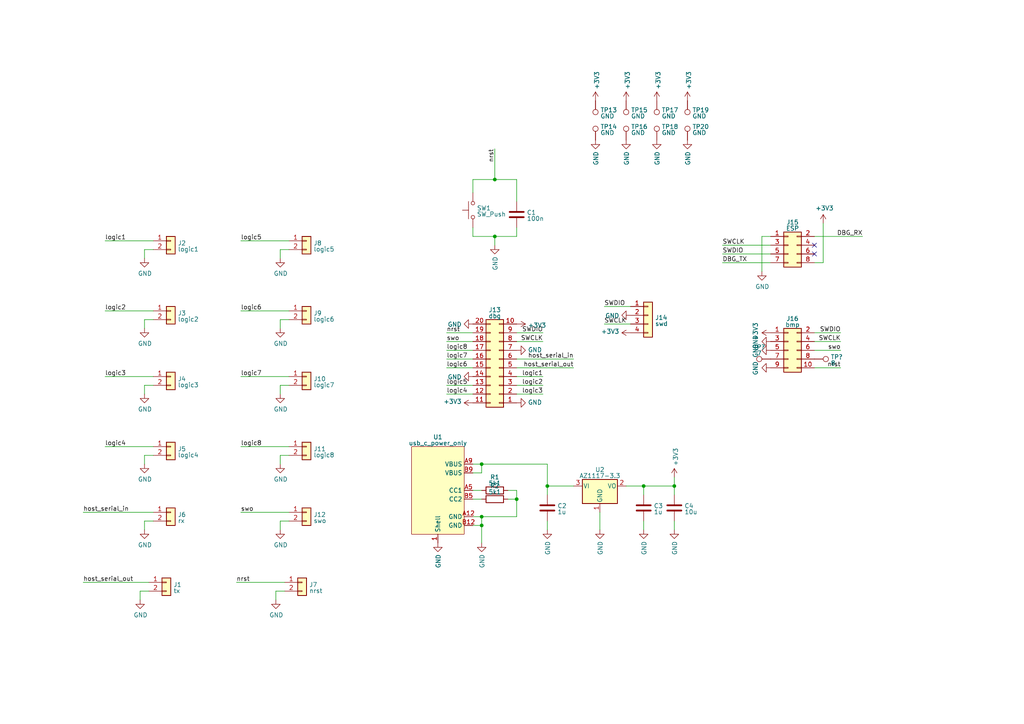
<source format=kicad_sch>
(kicad_sch (version 20220404) (generator eeschema)

  (uuid 0064495e-54eb-4be5-b053-239fe536e787)

  (paper "A4")

  (lib_symbols
    (symbol "Connector:TestPoint" (pin_numbers hide) (pin_names (offset 0.762) hide) (in_bom yes) (on_board yes)
      (property "Reference" "TP" (id 0) (at 0 6.858 0)
        (effects (font (size 1.27 1.27)))
      )
      (property "Value" "TestPoint" (id 1) (at 0 5.08 0)
        (effects (font (size 1.27 1.27)))
      )
      (property "Footprint" "" (id 2) (at 5.08 0 0)
        (effects (font (size 1.27 1.27)) hide)
      )
      (property "Datasheet" "~" (id 3) (at 5.08 0 0)
        (effects (font (size 1.27 1.27)) hide)
      )
      (property "ki_keywords" "test point tp" (id 4) (at 0 0 0)
        (effects (font (size 1.27 1.27)) hide)
      )
      (property "ki_description" "test point" (id 5) (at 0 0 0)
        (effects (font (size 1.27 1.27)) hide)
      )
      (property "ki_fp_filters" "Pin* Test*" (id 6) (at 0 0 0)
        (effects (font (size 1.27 1.27)) hide)
      )
      (symbol "TestPoint_0_1"
        (circle (center 0 3.302) (radius 0.762)
          (stroke (width 0) (type default))
          (fill (type none))
        )
      )
      (symbol "TestPoint_1_1"
        (pin passive line (at 0 0 90) (length 2.54)
          (name "1" (effects (font (size 1.27 1.27))))
          (number "1" (effects (font (size 1.27 1.27))))
        )
      )
    )
    (symbol "Connector_Generic:Conn_01x02" (pin_names (offset 1.016) hide) (in_bom yes) (on_board yes)
      (property "Reference" "J" (id 0) (at 0 2.54 0)
        (effects (font (size 1.27 1.27)))
      )
      (property "Value" "Conn_01x02" (id 1) (at 0 -5.08 0)
        (effects (font (size 1.27 1.27)))
      )
      (property "Footprint" "" (id 2) (at 0 0 0)
        (effects (font (size 1.27 1.27)) hide)
      )
      (property "Datasheet" "~" (id 3) (at 0 0 0)
        (effects (font (size 1.27 1.27)) hide)
      )
      (property "ki_keywords" "connector" (id 4) (at 0 0 0)
        (effects (font (size 1.27 1.27)) hide)
      )
      (property "ki_description" "Generic connector, single row, 01x02, script generated (kicad-library-utils/schlib/autogen/connector/)" (id 5) (at 0 0 0)
        (effects (font (size 1.27 1.27)) hide)
      )
      (property "ki_fp_filters" "Connector*:*_1x??_*" (id 6) (at 0 0 0)
        (effects (font (size 1.27 1.27)) hide)
      )
      (symbol "Conn_01x02_1_1"
        (rectangle (start -1.27 -2.413) (end 0 -2.667)
          (stroke (width 0.1524) (type default))
          (fill (type none))
        )
        (rectangle (start -1.27 0.127) (end 0 -0.127)
          (stroke (width 0.1524) (type default))
          (fill (type none))
        )
        (rectangle (start -1.27 1.27) (end 1.27 -3.81)
          (stroke (width 0.254) (type default))
          (fill (type background))
        )
        (pin passive line (at -5.08 0 0) (length 3.81)
          (name "Pin_1" (effects (font (size 1.27 1.27))))
          (number "1" (effects (font (size 1.27 1.27))))
        )
        (pin passive line (at -5.08 -2.54 0) (length 3.81)
          (name "Pin_2" (effects (font (size 1.27 1.27))))
          (number "2" (effects (font (size 1.27 1.27))))
        )
      )
    )
    (symbol "Connector_Generic:Conn_01x04" (pin_names (offset 1.016) hide) (in_bom yes) (on_board yes)
      (property "Reference" "J" (id 0) (at 0 5.08 0)
        (effects (font (size 1.27 1.27)))
      )
      (property "Value" "Conn_01x04" (id 1) (at 0 -7.62 0)
        (effects (font (size 1.27 1.27)))
      )
      (property "Footprint" "" (id 2) (at 0 0 0)
        (effects (font (size 1.27 1.27)) hide)
      )
      (property "Datasheet" "~" (id 3) (at 0 0 0)
        (effects (font (size 1.27 1.27)) hide)
      )
      (property "ki_keywords" "connector" (id 4) (at 0 0 0)
        (effects (font (size 1.27 1.27)) hide)
      )
      (property "ki_description" "Generic connector, single row, 01x04, script generated (kicad-library-utils/schlib/autogen/connector/)" (id 5) (at 0 0 0)
        (effects (font (size 1.27 1.27)) hide)
      )
      (property "ki_fp_filters" "Connector*:*_1x??_*" (id 6) (at 0 0 0)
        (effects (font (size 1.27 1.27)) hide)
      )
      (symbol "Conn_01x04_1_1"
        (rectangle (start -1.27 -4.953) (end 0 -5.207)
          (stroke (width 0.1524) (type default))
          (fill (type none))
        )
        (rectangle (start -1.27 -2.413) (end 0 -2.667)
          (stroke (width 0.1524) (type default))
          (fill (type none))
        )
        (rectangle (start -1.27 0.127) (end 0 -0.127)
          (stroke (width 0.1524) (type default))
          (fill (type none))
        )
        (rectangle (start -1.27 2.667) (end 0 2.413)
          (stroke (width 0.1524) (type default))
          (fill (type none))
        )
        (rectangle (start -1.27 3.81) (end 1.27 -6.35)
          (stroke (width 0.254) (type default))
          (fill (type background))
        )
        (pin passive line (at -5.08 2.54 0) (length 3.81)
          (name "Pin_1" (effects (font (size 1.27 1.27))))
          (number "1" (effects (font (size 1.27 1.27))))
        )
        (pin passive line (at -5.08 0 0) (length 3.81)
          (name "Pin_2" (effects (font (size 1.27 1.27))))
          (number "2" (effects (font (size 1.27 1.27))))
        )
        (pin passive line (at -5.08 -2.54 0) (length 3.81)
          (name "Pin_3" (effects (font (size 1.27 1.27))))
          (number "3" (effects (font (size 1.27 1.27))))
        )
        (pin passive line (at -5.08 -5.08 0) (length 3.81)
          (name "Pin_4" (effects (font (size 1.27 1.27))))
          (number "4" (effects (font (size 1.27 1.27))))
        )
      )
    )
    (symbol "Connector_Generic:Conn_02x04_Odd_Even" (pin_names (offset 1.016) hide) (in_bom yes) (on_board yes)
      (property "Reference" "J" (id 0) (at 1.27 5.08 0)
        (effects (font (size 1.27 1.27)))
      )
      (property "Value" "Conn_02x04_Odd_Even" (id 1) (at 1.27 -7.62 0)
        (effects (font (size 1.27 1.27)))
      )
      (property "Footprint" "" (id 2) (at 0 0 0)
        (effects (font (size 1.27 1.27)) hide)
      )
      (property "Datasheet" "~" (id 3) (at 0 0 0)
        (effects (font (size 1.27 1.27)) hide)
      )
      (property "ki_keywords" "connector" (id 4) (at 0 0 0)
        (effects (font (size 1.27 1.27)) hide)
      )
      (property "ki_description" "Generic connector, double row, 02x04, odd/even pin numbering scheme (row 1 odd numbers, row 2 even numbers), script generated (kicad-library-utils/schlib/autogen/connector/)" (id 5) (at 0 0 0)
        (effects (font (size 1.27 1.27)) hide)
      )
      (property "ki_fp_filters" "Connector*:*_2x??_*" (id 6) (at 0 0 0)
        (effects (font (size 1.27 1.27)) hide)
      )
      (symbol "Conn_02x04_Odd_Even_1_1"
        (rectangle (start -1.27 -4.953) (end 0 -5.207)
          (stroke (width 0.1524) (type default))
          (fill (type none))
        )
        (rectangle (start -1.27 -2.413) (end 0 -2.667)
          (stroke (width 0.1524) (type default))
          (fill (type none))
        )
        (rectangle (start -1.27 0.127) (end 0 -0.127)
          (stroke (width 0.1524) (type default))
          (fill (type none))
        )
        (rectangle (start -1.27 2.667) (end 0 2.413)
          (stroke (width 0.1524) (type default))
          (fill (type none))
        )
        (rectangle (start -1.27 3.81) (end 3.81 -6.35)
          (stroke (width 0.254) (type default))
          (fill (type background))
        )
        (rectangle (start 3.81 -4.953) (end 2.54 -5.207)
          (stroke (width 0.1524) (type default))
          (fill (type none))
        )
        (rectangle (start 3.81 -2.413) (end 2.54 -2.667)
          (stroke (width 0.1524) (type default))
          (fill (type none))
        )
        (rectangle (start 3.81 0.127) (end 2.54 -0.127)
          (stroke (width 0.1524) (type default))
          (fill (type none))
        )
        (rectangle (start 3.81 2.667) (end 2.54 2.413)
          (stroke (width 0.1524) (type default))
          (fill (type none))
        )
        (pin passive line (at -5.08 2.54 0) (length 3.81)
          (name "Pin_1" (effects (font (size 1.27 1.27))))
          (number "1" (effects (font (size 1.27 1.27))))
        )
        (pin passive line (at 7.62 2.54 180) (length 3.81)
          (name "Pin_2" (effects (font (size 1.27 1.27))))
          (number "2" (effects (font (size 1.27 1.27))))
        )
        (pin passive line (at -5.08 0 0) (length 3.81)
          (name "Pin_3" (effects (font (size 1.27 1.27))))
          (number "3" (effects (font (size 1.27 1.27))))
        )
        (pin passive line (at 7.62 0 180) (length 3.81)
          (name "Pin_4" (effects (font (size 1.27 1.27))))
          (number "4" (effects (font (size 1.27 1.27))))
        )
        (pin passive line (at -5.08 -2.54 0) (length 3.81)
          (name "Pin_5" (effects (font (size 1.27 1.27))))
          (number "5" (effects (font (size 1.27 1.27))))
        )
        (pin passive line (at 7.62 -2.54 180) (length 3.81)
          (name "Pin_6" (effects (font (size 1.27 1.27))))
          (number "6" (effects (font (size 1.27 1.27))))
        )
        (pin passive line (at -5.08 -5.08 0) (length 3.81)
          (name "Pin_7" (effects (font (size 1.27 1.27))))
          (number "7" (effects (font (size 1.27 1.27))))
        )
        (pin passive line (at 7.62 -5.08 180) (length 3.81)
          (name "Pin_8" (effects (font (size 1.27 1.27))))
          (number "8" (effects (font (size 1.27 1.27))))
        )
      )
    )
    (symbol "Connector_Generic:Conn_02x05_Odd_Even" (pin_names (offset 1.016) hide) (in_bom yes) (on_board yes)
      (property "Reference" "J" (id 0) (at 1.27 7.62 0)
        (effects (font (size 1.27 1.27)))
      )
      (property "Value" "Conn_02x05_Odd_Even" (id 1) (at 1.27 -7.62 0)
        (effects (font (size 1.27 1.27)))
      )
      (property "Footprint" "" (id 2) (at 0 0 0)
        (effects (font (size 1.27 1.27)) hide)
      )
      (property "Datasheet" "~" (id 3) (at 0 0 0)
        (effects (font (size 1.27 1.27)) hide)
      )
      (property "ki_keywords" "connector" (id 4) (at 0 0 0)
        (effects (font (size 1.27 1.27)) hide)
      )
      (property "ki_description" "Generic connector, double row, 02x05, odd/even pin numbering scheme (row 1 odd numbers, row 2 even numbers), script generated (kicad-library-utils/schlib/autogen/connector/)" (id 5) (at 0 0 0)
        (effects (font (size 1.27 1.27)) hide)
      )
      (property "ki_fp_filters" "Connector*:*_2x??_*" (id 6) (at 0 0 0)
        (effects (font (size 1.27 1.27)) hide)
      )
      (symbol "Conn_02x05_Odd_Even_1_1"
        (rectangle (start -1.27 -4.953) (end 0 -5.207)
          (stroke (width 0.1524) (type default))
          (fill (type none))
        )
        (rectangle (start -1.27 -2.413) (end 0 -2.667)
          (stroke (width 0.1524) (type default))
          (fill (type none))
        )
        (rectangle (start -1.27 0.127) (end 0 -0.127)
          (stroke (width 0.1524) (type default))
          (fill (type none))
        )
        (rectangle (start -1.27 2.667) (end 0 2.413)
          (stroke (width 0.1524) (type default))
          (fill (type none))
        )
        (rectangle (start -1.27 5.207) (end 0 4.953)
          (stroke (width 0.1524) (type default))
          (fill (type none))
        )
        (rectangle (start -1.27 6.35) (end 3.81 -6.35)
          (stroke (width 0.254) (type default))
          (fill (type background))
        )
        (rectangle (start 3.81 -4.953) (end 2.54 -5.207)
          (stroke (width 0.1524) (type default))
          (fill (type none))
        )
        (rectangle (start 3.81 -2.413) (end 2.54 -2.667)
          (stroke (width 0.1524) (type default))
          (fill (type none))
        )
        (rectangle (start 3.81 0.127) (end 2.54 -0.127)
          (stroke (width 0.1524) (type default))
          (fill (type none))
        )
        (rectangle (start 3.81 2.667) (end 2.54 2.413)
          (stroke (width 0.1524) (type default))
          (fill (type none))
        )
        (rectangle (start 3.81 5.207) (end 2.54 4.953)
          (stroke (width 0.1524) (type default))
          (fill (type none))
        )
        (pin passive line (at -5.08 5.08 0) (length 3.81)
          (name "Pin_1" (effects (font (size 1.27 1.27))))
          (number "1" (effects (font (size 1.27 1.27))))
        )
        (pin passive line (at 7.62 -5.08 180) (length 3.81)
          (name "Pin_10" (effects (font (size 1.27 1.27))))
          (number "10" (effects (font (size 1.27 1.27))))
        )
        (pin passive line (at 7.62 5.08 180) (length 3.81)
          (name "Pin_2" (effects (font (size 1.27 1.27))))
          (number "2" (effects (font (size 1.27 1.27))))
        )
        (pin passive line (at -5.08 2.54 0) (length 3.81)
          (name "Pin_3" (effects (font (size 1.27 1.27))))
          (number "3" (effects (font (size 1.27 1.27))))
        )
        (pin passive line (at 7.62 2.54 180) (length 3.81)
          (name "Pin_4" (effects (font (size 1.27 1.27))))
          (number "4" (effects (font (size 1.27 1.27))))
        )
        (pin passive line (at -5.08 0 0) (length 3.81)
          (name "Pin_5" (effects (font (size 1.27 1.27))))
          (number "5" (effects (font (size 1.27 1.27))))
        )
        (pin passive line (at 7.62 0 180) (length 3.81)
          (name "Pin_6" (effects (font (size 1.27 1.27))))
          (number "6" (effects (font (size 1.27 1.27))))
        )
        (pin passive line (at -5.08 -2.54 0) (length 3.81)
          (name "Pin_7" (effects (font (size 1.27 1.27))))
          (number "7" (effects (font (size 1.27 1.27))))
        )
        (pin passive line (at 7.62 -2.54 180) (length 3.81)
          (name "Pin_8" (effects (font (size 1.27 1.27))))
          (number "8" (effects (font (size 1.27 1.27))))
        )
        (pin passive line (at -5.08 -5.08 0) (length 3.81)
          (name "Pin_9" (effects (font (size 1.27 1.27))))
          (number "9" (effects (font (size 1.27 1.27))))
        )
      )
    )
    (symbol "Connector_Generic:Conn_02x10_Top_Bottom" (pin_names (offset 1.016) hide) (in_bom yes) (on_board yes)
      (property "Reference" "J" (id 0) (at 1.27 12.7 0)
        (effects (font (size 1.27 1.27)))
      )
      (property "Value" "Conn_02x10_Top_Bottom" (id 1) (at 1.27 -15.24 0)
        (effects (font (size 1.27 1.27)))
      )
      (property "Footprint" "" (id 2) (at 0 0 0)
        (effects (font (size 1.27 1.27)) hide)
      )
      (property "Datasheet" "~" (id 3) (at 0 0 0)
        (effects (font (size 1.27 1.27)) hide)
      )
      (property "ki_keywords" "connector" (id 4) (at 0 0 0)
        (effects (font (size 1.27 1.27)) hide)
      )
      (property "ki_description" "Generic connector, double row, 02x10, top/bottom pin numbering scheme (row 1: 1...pins_per_row, row2: pins_per_row+1 ... num_pins), script generated (kicad-library-utils/schlib/autogen/connector/)" (id 5) (at 0 0 0)
        (effects (font (size 1.27 1.27)) hide)
      )
      (property "ki_fp_filters" "Connector*:*_2x??_*" (id 6) (at 0 0 0)
        (effects (font (size 1.27 1.27)) hide)
      )
      (symbol "Conn_02x10_Top_Bottom_1_1"
        (rectangle (start -1.27 -12.573) (end 0 -12.827)
          (stroke (width 0.1524) (type default))
          (fill (type none))
        )
        (rectangle (start -1.27 -10.033) (end 0 -10.287)
          (stroke (width 0.1524) (type default))
          (fill (type none))
        )
        (rectangle (start -1.27 -7.493) (end 0 -7.747)
          (stroke (width 0.1524) (type default))
          (fill (type none))
        )
        (rectangle (start -1.27 -4.953) (end 0 -5.207)
          (stroke (width 0.1524) (type default))
          (fill (type none))
        )
        (rectangle (start -1.27 -2.413) (end 0 -2.667)
          (stroke (width 0.1524) (type default))
          (fill (type none))
        )
        (rectangle (start -1.27 0.127) (end 0 -0.127)
          (stroke (width 0.1524) (type default))
          (fill (type none))
        )
        (rectangle (start -1.27 2.667) (end 0 2.413)
          (stroke (width 0.1524) (type default))
          (fill (type none))
        )
        (rectangle (start -1.27 5.207) (end 0 4.953)
          (stroke (width 0.1524) (type default))
          (fill (type none))
        )
        (rectangle (start -1.27 7.747) (end 0 7.493)
          (stroke (width 0.1524) (type default))
          (fill (type none))
        )
        (rectangle (start -1.27 10.287) (end 0 10.033)
          (stroke (width 0.1524) (type default))
          (fill (type none))
        )
        (rectangle (start -1.27 11.43) (end 3.81 -13.97)
          (stroke (width 0.254) (type default))
          (fill (type background))
        )
        (rectangle (start 3.81 -12.573) (end 2.54 -12.827)
          (stroke (width 0.1524) (type default))
          (fill (type none))
        )
        (rectangle (start 3.81 -10.033) (end 2.54 -10.287)
          (stroke (width 0.1524) (type default))
          (fill (type none))
        )
        (rectangle (start 3.81 -7.493) (end 2.54 -7.747)
          (stroke (width 0.1524) (type default))
          (fill (type none))
        )
        (rectangle (start 3.81 -4.953) (end 2.54 -5.207)
          (stroke (width 0.1524) (type default))
          (fill (type none))
        )
        (rectangle (start 3.81 -2.413) (end 2.54 -2.667)
          (stroke (width 0.1524) (type default))
          (fill (type none))
        )
        (rectangle (start 3.81 0.127) (end 2.54 -0.127)
          (stroke (width 0.1524) (type default))
          (fill (type none))
        )
        (rectangle (start 3.81 2.667) (end 2.54 2.413)
          (stroke (width 0.1524) (type default))
          (fill (type none))
        )
        (rectangle (start 3.81 5.207) (end 2.54 4.953)
          (stroke (width 0.1524) (type default))
          (fill (type none))
        )
        (rectangle (start 3.81 7.747) (end 2.54 7.493)
          (stroke (width 0.1524) (type default))
          (fill (type none))
        )
        (rectangle (start 3.81 10.287) (end 2.54 10.033)
          (stroke (width 0.1524) (type default))
          (fill (type none))
        )
        (pin passive line (at -5.08 10.16 0) (length 3.81)
          (name "Pin_1" (effects (font (size 1.27 1.27))))
          (number "1" (effects (font (size 1.27 1.27))))
        )
        (pin passive line (at -5.08 -12.7 0) (length 3.81)
          (name "Pin_10" (effects (font (size 1.27 1.27))))
          (number "10" (effects (font (size 1.27 1.27))))
        )
        (pin passive line (at 7.62 10.16 180) (length 3.81)
          (name "Pin_11" (effects (font (size 1.27 1.27))))
          (number "11" (effects (font (size 1.27 1.27))))
        )
        (pin passive line (at 7.62 7.62 180) (length 3.81)
          (name "Pin_12" (effects (font (size 1.27 1.27))))
          (number "12" (effects (font (size 1.27 1.27))))
        )
        (pin passive line (at 7.62 5.08 180) (length 3.81)
          (name "Pin_13" (effects (font (size 1.27 1.27))))
          (number "13" (effects (font (size 1.27 1.27))))
        )
        (pin passive line (at 7.62 2.54 180) (length 3.81)
          (name "Pin_14" (effects (font (size 1.27 1.27))))
          (number "14" (effects (font (size 1.27 1.27))))
        )
        (pin passive line (at 7.62 0 180) (length 3.81)
          (name "Pin_15" (effects (font (size 1.27 1.27))))
          (number "15" (effects (font (size 1.27 1.27))))
        )
        (pin passive line (at 7.62 -2.54 180) (length 3.81)
          (name "Pin_16" (effects (font (size 1.27 1.27))))
          (number "16" (effects (font (size 1.27 1.27))))
        )
        (pin passive line (at 7.62 -5.08 180) (length 3.81)
          (name "Pin_17" (effects (font (size 1.27 1.27))))
          (number "17" (effects (font (size 1.27 1.27))))
        )
        (pin passive line (at 7.62 -7.62 180) (length 3.81)
          (name "Pin_18" (effects (font (size 1.27 1.27))))
          (number "18" (effects (font (size 1.27 1.27))))
        )
        (pin passive line (at 7.62 -10.16 180) (length 3.81)
          (name "Pin_19" (effects (font (size 1.27 1.27))))
          (number "19" (effects (font (size 1.27 1.27))))
        )
        (pin passive line (at -5.08 7.62 0) (length 3.81)
          (name "Pin_2" (effects (font (size 1.27 1.27))))
          (number "2" (effects (font (size 1.27 1.27))))
        )
        (pin passive line (at 7.62 -12.7 180) (length 3.81)
          (name "Pin_20" (effects (font (size 1.27 1.27))))
          (number "20" (effects (font (size 1.27 1.27))))
        )
        (pin passive line (at -5.08 5.08 0) (length 3.81)
          (name "Pin_3" (effects (font (size 1.27 1.27))))
          (number "3" (effects (font (size 1.27 1.27))))
        )
        (pin passive line (at -5.08 2.54 0) (length 3.81)
          (name "Pin_4" (effects (font (size 1.27 1.27))))
          (number "4" (effects (font (size 1.27 1.27))))
        )
        (pin passive line (at -5.08 0 0) (length 3.81)
          (name "Pin_5" (effects (font (size 1.27 1.27))))
          (number "5" (effects (font (size 1.27 1.27))))
        )
        (pin passive line (at -5.08 -2.54 0) (length 3.81)
          (name "Pin_6" (effects (font (size 1.27 1.27))))
          (number "6" (effects (font (size 1.27 1.27))))
        )
        (pin passive line (at -5.08 -5.08 0) (length 3.81)
          (name "Pin_7" (effects (font (size 1.27 1.27))))
          (number "7" (effects (font (size 1.27 1.27))))
        )
        (pin passive line (at -5.08 -7.62 0) (length 3.81)
          (name "Pin_8" (effects (font (size 1.27 1.27))))
          (number "8" (effects (font (size 1.27 1.27))))
        )
        (pin passive line (at -5.08 -10.16 0) (length 3.81)
          (name "Pin_9" (effects (font (size 1.27 1.27))))
          (number "9" (effects (font (size 1.27 1.27))))
        )
      )
    )
    (symbol "Device:C" (pin_numbers hide) (pin_names (offset 0.254)) (in_bom yes) (on_board yes)
      (property "Reference" "C" (id 0) (at 0.635 2.54 0)
        (effects (font (size 1.27 1.27)) (justify left))
      )
      (property "Value" "C" (id 1) (at 0.635 -2.54 0)
        (effects (font (size 1.27 1.27)) (justify left))
      )
      (property "Footprint" "" (id 2) (at 0.9652 -3.81 0)
        (effects (font (size 1.27 1.27)) hide)
      )
      (property "Datasheet" "~" (id 3) (at 0 0 0)
        (effects (font (size 1.27 1.27)) hide)
      )
      (property "ki_keywords" "cap capacitor" (id 4) (at 0 0 0)
        (effects (font (size 1.27 1.27)) hide)
      )
      (property "ki_description" "Unpolarized capacitor" (id 5) (at 0 0 0)
        (effects (font (size 1.27 1.27)) hide)
      )
      (property "ki_fp_filters" "C_*" (id 6) (at 0 0 0)
        (effects (font (size 1.27 1.27)) hide)
      )
      (symbol "C_0_1"
        (polyline
          (pts
            (xy -2.032 -0.762)
            (xy 2.032 -0.762)
          )
          (stroke (width 0.508) (type default))
          (fill (type none))
        )
        (polyline
          (pts
            (xy -2.032 0.762)
            (xy 2.032 0.762)
          )
          (stroke (width 0.508) (type default))
          (fill (type none))
        )
      )
      (symbol "C_1_1"
        (pin passive line (at 0 3.81 270) (length 2.794)
          (name "~" (effects (font (size 1.27 1.27))))
          (number "1" (effects (font (size 1.27 1.27))))
        )
        (pin passive line (at 0 -3.81 90) (length 2.794)
          (name "~" (effects (font (size 1.27 1.27))))
          (number "2" (effects (font (size 1.27 1.27))))
        )
      )
    )
    (symbol "Device:R" (pin_numbers hide) (pin_names (offset 0)) (in_bom yes) (on_board yes)
      (property "Reference" "R" (id 0) (at 2.032 0 90)
        (effects (font (size 1.27 1.27)))
      )
      (property "Value" "R" (id 1) (at 0 0 90)
        (effects (font (size 1.27 1.27)))
      )
      (property "Footprint" "" (id 2) (at -1.778 0 90)
        (effects (font (size 1.27 1.27)) hide)
      )
      (property "Datasheet" "~" (id 3) (at 0 0 0)
        (effects (font (size 1.27 1.27)) hide)
      )
      (property "ki_keywords" "R res resistor" (id 4) (at 0 0 0)
        (effects (font (size 1.27 1.27)) hide)
      )
      (property "ki_description" "Resistor" (id 5) (at 0 0 0)
        (effects (font (size 1.27 1.27)) hide)
      )
      (property "ki_fp_filters" "R_*" (id 6) (at 0 0 0)
        (effects (font (size 1.27 1.27)) hide)
      )
      (symbol "R_0_1"
        (rectangle (start -1.016 -2.54) (end 1.016 2.54)
          (stroke (width 0.254) (type default))
          (fill (type none))
        )
      )
      (symbol "R_1_1"
        (pin passive line (at 0 3.81 270) (length 1.27)
          (name "~" (effects (font (size 1.27 1.27))))
          (number "1" (effects (font (size 1.27 1.27))))
        )
        (pin passive line (at 0 -3.81 90) (length 1.27)
          (name "~" (effects (font (size 1.27 1.27))))
          (number "2" (effects (font (size 1.27 1.27))))
        )
      )
    )
    (symbol "Regulator_Linear:AZ1117-3.3" (pin_names (offset 0.254)) (in_bom yes) (on_board yes)
      (property "Reference" "U" (id 0) (at -3.81 3.175 0)
        (effects (font (size 1.27 1.27)))
      )
      (property "Value" "AZ1117-3.3" (id 1) (at 0 3.175 0)
        (effects (font (size 1.27 1.27)) (justify left))
      )
      (property "Footprint" "" (id 2) (at 0 6.35 0)
        (effects (font (size 1.27 1.27) italic) hide)
      )
      (property "Datasheet" "https://www.diodes.com/assets/Datasheets/AZ1117.pdf" (id 3) (at 0 0 0)
        (effects (font (size 1.27 1.27)) hide)
      )
      (property "ki_keywords" "Fixed Voltage Regulator 1A Positive LDO" (id 4) (at 0 0 0)
        (effects (font (size 1.27 1.27)) hide)
      )
      (property "ki_description" "1A 20V Fixed LDO Linear Regulator, 3.3V, SOT-89/SOT-223/TO-220/TO-252/TO-263" (id 5) (at 0 0 0)
        (effects (font (size 1.27 1.27)) hide)
      )
      (property "ki_fp_filters" "SOT?223* SOT?89* TO?220* TO?252* TO?263*" (id 6) (at 0 0 0)
        (effects (font (size 1.27 1.27)) hide)
      )
      (symbol "AZ1117-3.3_0_1"
        (rectangle (start -5.08 1.905) (end 5.08 -5.08)
          (stroke (width 0.254) (type default))
          (fill (type background))
        )
      )
      (symbol "AZ1117-3.3_1_1"
        (pin power_in line (at 0 -7.62 90) (length 2.54)
          (name "GND" (effects (font (size 1.27 1.27))))
          (number "1" (effects (font (size 1.27 1.27))))
        )
        (pin power_out line (at 7.62 0 180) (length 2.54)
          (name "VO" (effects (font (size 1.27 1.27))))
          (number "2" (effects (font (size 1.27 1.27))))
        )
        (pin power_in line (at -7.62 0 0) (length 2.54)
          (name "VI" (effects (font (size 1.27 1.27))))
          (number "3" (effects (font (size 1.27 1.27))))
        )
      )
    )
    (symbol "Switch:SW_Push" (pin_numbers hide) (pin_names (offset 1.016) hide) (in_bom yes) (on_board yes)
      (property "Reference" "SW" (id 0) (at 1.27 2.54 0)
        (effects (font (size 1.27 1.27)) (justify left))
      )
      (property "Value" "SW_Push" (id 1) (at 0 -1.524 0)
        (effects (font (size 1.27 1.27)))
      )
      (property "Footprint" "" (id 2) (at 0 5.08 0)
        (effects (font (size 1.27 1.27)) hide)
      )
      (property "Datasheet" "~" (id 3) (at 0 5.08 0)
        (effects (font (size 1.27 1.27)) hide)
      )
      (property "ki_keywords" "switch normally-open pushbutton push-button" (id 4) (at 0 0 0)
        (effects (font (size 1.27 1.27)) hide)
      )
      (property "ki_description" "Push button switch, generic, two pins" (id 5) (at 0 0 0)
        (effects (font (size 1.27 1.27)) hide)
      )
      (symbol "SW_Push_0_1"
        (circle (center -2.032 0) (radius 0.508)
          (stroke (width 0) (type default))
          (fill (type none))
        )
        (polyline
          (pts
            (xy 0 1.27)
            (xy 0 3.048)
          )
          (stroke (width 0) (type default))
          (fill (type none))
        )
        (polyline
          (pts
            (xy 2.54 1.27)
            (xy -2.54 1.27)
          )
          (stroke (width 0) (type default))
          (fill (type none))
        )
        (circle (center 2.032 0) (radius 0.508)
          (stroke (width 0) (type default))
          (fill (type none))
        )
        (pin passive line (at -5.08 0 0) (length 2.54)
          (name "1" (effects (font (size 1.27 1.27))))
          (number "1" (effects (font (size 1.27 1.27))))
        )
        (pin passive line (at 5.08 0 180) (length 2.54)
          (name "2" (effects (font (size 1.27 1.27))))
          (number "2" (effects (font (size 1.27 1.27))))
        )
      )
    )
    (symbol "center-rescue:+3.3V-power" (power) (pin_names (offset 0)) (in_bom yes) (on_board yes)
      (property "Reference" "#PWR" (id 0) (at 0 -3.81 0)
        (effects (font (size 1.27 1.27)) hide)
      )
      (property "Value" "+3.3V-power" (id 1) (at 0 3.556 0)
        (effects (font (size 1.27 1.27)))
      )
      (property "Footprint" "" (id 2) (at 0 0 0)
        (effects (font (size 1.27 1.27)) hide)
      )
      (property "Datasheet" "" (id 3) (at 0 0 0)
        (effects (font (size 1.27 1.27)) hide)
      )
      (symbol "+3.3V-power_0_1"
        (polyline
          (pts
            (xy -0.762 1.27)
            (xy 0 2.54)
          )
          (stroke (width 0) (type default))
          (fill (type none))
        )
        (polyline
          (pts
            (xy 0 0)
            (xy 0 2.54)
          )
          (stroke (width 0) (type default))
          (fill (type none))
        )
        (polyline
          (pts
            (xy 0 2.54)
            (xy 0.762 1.27)
          )
          (stroke (width 0) (type default))
          (fill (type none))
        )
      )
      (symbol "+3.3V-power_1_1"
        (pin power_in line (at 0 0 90) (length 0) hide
          (name "+3V3" (effects (font (size 1.27 1.27))))
          (number "1" (effects (font (size 1.27 1.27))))
        )
      )
    )
    (symbol "center-rescue:GND-power" (power) (pin_names (offset 0)) (in_bom yes) (on_board yes)
      (property "Reference" "#PWR" (id 0) (at 0 -6.35 0)
        (effects (font (size 1.27 1.27)) hide)
      )
      (property "Value" "GND-power" (id 1) (at 0 -3.81 0)
        (effects (font (size 1.27 1.27)))
      )
      (property "Footprint" "" (id 2) (at 0 0 0)
        (effects (font (size 1.27 1.27)) hide)
      )
      (property "Datasheet" "" (id 3) (at 0 0 0)
        (effects (font (size 1.27 1.27)) hide)
      )
      (symbol "GND-power_0_1"
        (polyline
          (pts
            (xy 0 0)
            (xy 0 -1.27)
            (xy 1.27 -1.27)
            (xy 0 -2.54)
            (xy -1.27 -1.27)
            (xy 0 -1.27)
          )
          (stroke (width 0) (type default))
          (fill (type none))
        )
      )
      (symbol "GND-power_1_1"
        (pin power_in line (at 0 0 270) (length 0) hide
          (name "GND" (effects (font (size 1.27 1.27))))
          (number "1" (effects (font (size 1.27 1.27))))
        )
      )
    )
    (symbol "driver-rescue:+3V3-power" (power) (pin_names (offset 0)) (in_bom yes) (on_board yes)
      (property "Reference" "#PWR" (id 0) (at 0 -3.81 0)
        (effects (font (size 1.27 1.27)) hide)
      )
      (property "Value" "+3V3-power" (id 1) (at 0 3.556 0)
        (effects (font (size 1.27 1.27)))
      )
      (property "Footprint" "" (id 2) (at 0 0 0)
        (effects (font (size 1.27 1.27)) hide)
      )
      (property "Datasheet" "" (id 3) (at 0 0 0)
        (effects (font (size 1.27 1.27)) hide)
      )
      (symbol "+3V3-power_0_1"
        (polyline
          (pts
            (xy -0.762 1.27)
            (xy 0 2.54)
          )
          (stroke (width 0) (type default))
          (fill (type none))
        )
        (polyline
          (pts
            (xy 0 0)
            (xy 0 2.54)
          )
          (stroke (width 0) (type default))
          (fill (type none))
        )
        (polyline
          (pts
            (xy 0 2.54)
            (xy 0.762 1.27)
          )
          (stroke (width 0) (type default))
          (fill (type none))
        )
      )
      (symbol "+3V3-power_1_1"
        (pin power_in line (at 0 0 90) (length 0) hide
          (name "+3V3" (effects (font (size 1.27 1.27))))
          (number "1" (effects (font (size 1.27 1.27))))
        )
      )
    )
    (symbol "driver-rescue:GND-power" (power) (pin_names (offset 0)) (in_bom yes) (on_board yes)
      (property "Reference" "#PWR" (id 0) (at 0 -6.35 0)
        (effects (font (size 1.27 1.27)) hide)
      )
      (property "Value" "GND-power" (id 1) (at 0 -3.81 0)
        (effects (font (size 1.27 1.27)))
      )
      (property "Footprint" "" (id 2) (at 0 0 0)
        (effects (font (size 1.27 1.27)) hide)
      )
      (property "Datasheet" "" (id 3) (at 0 0 0)
        (effects (font (size 1.27 1.27)) hide)
      )
      (symbol "GND-power_0_1"
        (polyline
          (pts
            (xy 0 0)
            (xy 0 -1.27)
            (xy 1.27 -1.27)
            (xy 0 -2.54)
            (xy -1.27 -1.27)
            (xy 0 -1.27)
          )
          (stroke (width 0) (type default))
          (fill (type none))
        )
      )
      (symbol "GND-power_1_1"
        (pin power_in line (at 0 0 270) (length 0) hide
          (name "GND" (effects (font (size 1.27 1.27))))
          (number "1" (effects (font (size 1.27 1.27))))
        )
      )
    )
    (symbol "symbols:usb_c_power_only" (in_bom yes) (on_board yes)
      (property "Reference" "U" (id 0) (at 0 20.32 0)
        (effects (font (size 1.27 1.27)))
      )
      (property "Value" "usb_c_power_only" (id 1) (at 0 20.32 0)
        (effects (font (size 1.27 1.27)))
      )
      (property "Footprint" "" (id 2) (at 0 20.32 0)
        (effects (font (size 1.27 1.27)) hide)
      )
      (property "Datasheet" "" (id 3) (at 0 20.32 0)
        (effects (font (size 1.27 1.27)) hide)
      )
      (property "Mfg" "HRO Electronics" (id 4) (at 0 0 0)
        (effects (font (size 1.27 1.27)) hide)
      )
      (property "Mfg PN" "TYPE-C-31-M-17" (id 5) (at 0 0 0)
        (effects (font (size 1.27 1.27)) hide)
      )
      (property "LCSC" "C283540" (id 6) (at 0 0 0)
        (effects (font (size 1.27 1.27)) hide)
      )
      (symbol "usb_c_power_only_0_1"
        (rectangle (start -7.62 17.78) (end 7.62 -7.62)
          (stroke (width 0.1524) (type default))
          (fill (type background))
        )
      )
      (symbol "usb_c_power_only_1_1"
        (pin input line (at 0 -10.16 90) (length 2.54)
          (name "Shell" (effects (font (size 1.27 1.27))))
          (number "1" (effects (font (size 1.27 1.27))))
        )
        (pin input line (at 10.16 -2.54 180) (length 2.54)
          (name "GND" (effects (font (size 1.27 1.27))))
          (number "A12" (effects (font (size 1.27 1.27))))
        )
        (pin input line (at 10.16 5.08 180) (length 2.54)
          (name "CC1" (effects (font (size 1.27 1.27))))
          (number "A5" (effects (font (size 1.27 1.27))))
        )
        (pin input line (at 10.16 12.7 180) (length 2.54)
          (name "VBUS" (effects (font (size 1.27 1.27))))
          (number "A9" (effects (font (size 1.27 1.27))))
        )
        (pin input line (at 10.16 -5.08 180) (length 2.54)
          (name "GND" (effects (font (size 1.27 1.27))))
          (number "B12" (effects (font (size 1.27 1.27))))
        )
        (pin input line (at 10.16 2.54 180) (length 2.54)
          (name "CC2" (effects (font (size 1.27 1.27))))
          (number "B5" (effects (font (size 1.27 1.27))))
        )
        (pin input line (at 10.16 10.16 180) (length 2.54)
          (name "VBUS" (effects (font (size 1.27 1.27))))
          (number "B9" (effects (font (size 1.27 1.27))))
        )
      )
    )
  )

  (junction (at 143.51 68.58) (diameter 0) (color 0 0 0 0)
    (uuid 084712bf-0e1a-4a60-a93c-3f619704ee7a)
  )
  (junction (at 186.69 140.97) (diameter 0) (color 0 0 0 0)
    (uuid 0b58ab96-8bad-4d89-b1c9-e0a137da91d9)
  )
  (junction (at 158.75 140.97) (diameter 0) (color 0 0 0 0)
    (uuid 5a8a52d5-ef03-43a1-8421-e9d94752004d)
  )
  (junction (at 143.51 52.07) (diameter 0) (color 0 0 0 0)
    (uuid 8426ac95-5cba-4a17-a4ff-1c7187acedc3)
  )
  (junction (at 139.7 134.62) (diameter 0) (color 0 0 0 0)
    (uuid 887f7771-f45a-4aa5-983d-ac04e355f7da)
  )
  (junction (at 139.7 152.4) (diameter 0) (color 0 0 0 0)
    (uuid a53cedcf-9f97-4382-8d40-809bec88bb9a)
  )
  (junction (at 195.58 140.97) (diameter 0) (color 0 0 0 0)
    (uuid ab94c17b-1015-443c-a5c4-3a8d008c9ded)
  )
  (junction (at 149.86 144.78) (diameter 0) (color 0 0 0 0)
    (uuid b9caf3da-6f98-448a-aa28-2c7189c3da98)
  )
  (junction (at 139.7 149.86) (diameter 0) (color 0 0 0 0)
    (uuid bc485c2e-d24e-4c26-ad78-59b10068ab65)
  )

  (no_connect (at 236.22 73.66) (uuid 463bda96-0425-4145-824e-d30e50bd7c4b))
  (no_connect (at 236.22 71.12) (uuid 4cb845e9-a5a2-4a4c-8447-1a041a1f8548))

  (wire (pts (xy 158.75 140.97) (xy 166.37 140.97))
    (stroke (width 0) (type default))
    (uuid 01b43fb2-840c-4d06-a939-acda36b8b260)
  )
  (wire (pts (xy 137.16 55.88) (xy 137.16 52.07))
    (stroke (width 0) (type default))
    (uuid 04acf5a0-4574-4192-9ff2-058394b19fae)
  )
  (wire (pts (xy 220.98 68.58) (xy 223.52 68.58))
    (stroke (width 0) (type default))
    (uuid 107945ee-38ae-4737-b29d-c6a9d29e2bfb)
  )
  (wire (pts (xy 137.16 52.07) (xy 143.51 52.07))
    (stroke (width 0) (type default))
    (uuid 10b6e7ab-833b-47e8-918d-29d0df2a79fb)
  )
  (wire (pts (xy 209.55 73.66) (xy 223.52 73.66))
    (stroke (width 0) (type default))
    (uuid 11310338-3fa5-4dbc-8ef3-efc7eb8fcc36)
  )
  (wire (pts (xy 83.82 92.71) (xy 81.28 92.71))
    (stroke (width 0) (type default))
    (uuid 11b3ed87-f9f6-421b-b3d9-d3094d1f4519)
  )
  (wire (pts (xy 209.55 76.2) (xy 223.52 76.2))
    (stroke (width 0) (type default))
    (uuid 13369c34-3b9e-476a-8351-acd755b1ba05)
  )
  (wire (pts (xy 68.58 168.91) (xy 82.55 168.91))
    (stroke (width 0) (type default))
    (uuid 17ee068d-5014-4160-9498-9160129e4ade)
  )
  (wire (pts (xy 82.55 171.45) (xy 80.01 171.45))
    (stroke (width 0) (type default))
    (uuid 1892d1a2-e466-4644-ae0b-8b041c21681f)
  )
  (wire (pts (xy 139.7 149.86) (xy 137.16 149.86))
    (stroke (width 0) (type default))
    (uuid 1a12446c-d1a0-4cbe-b72b-5cb32f0fda59)
  )
  (wire (pts (xy 147.32 144.78) (xy 149.86 144.78))
    (stroke (width 0) (type default))
    (uuid 1ea253e3-bfe0-4db2-98f5-b832650acb13)
  )
  (wire (pts (xy 147.32 142.24) (xy 149.86 142.24))
    (stroke (width 0) (type default))
    (uuid 1f5360f2-3d4b-461f-aa2d-66d0e9a1a9b7)
  )
  (wire (pts (xy 149.86 104.14) (xy 166.37 104.14))
    (stroke (width 0) (type default))
    (uuid 237319cb-7d2f-409d-94c5-0a4c19d7f470)
  )
  (wire (pts (xy 143.51 52.07) (xy 149.86 52.07))
    (stroke (width 0) (type default))
    (uuid 2a1ad292-ffb6-43a2-857f-f6d38627f48a)
  )
  (wire (pts (xy 81.28 72.39) (xy 81.28 74.93))
    (stroke (width 0) (type default))
    (uuid 2c1023d4-8d33-46a3-a8f4-d00d562e21d9)
  )
  (wire (pts (xy 195.58 151.13) (xy 195.58 153.67))
    (stroke (width 0) (type default))
    (uuid 32bc4f0c-0b00-4569-bf10-7e584b008787)
  )
  (wire (pts (xy 44.45 111.76) (xy 41.91 111.76))
    (stroke (width 0) (type default))
    (uuid 34302e16-d8e5-491c-8920-03886e528d02)
  )
  (wire (pts (xy 24.13 148.59) (xy 44.45 148.59))
    (stroke (width 0) (type default))
    (uuid 35199ad0-1e07-4903-8156-11149dfb411b)
  )
  (wire (pts (xy 139.7 152.4) (xy 139.7 149.86))
    (stroke (width 0) (type default))
    (uuid 37a8d94c-09e0-48cc-9ed5-d8489bff5bf5)
  )
  (wire (pts (xy 83.82 72.39) (xy 81.28 72.39))
    (stroke (width 0) (type default))
    (uuid 3b56d2f4-0354-4aa3-8ad3-4fbd367992d1)
  )
  (wire (pts (xy 24.13 168.91) (xy 43.18 168.91))
    (stroke (width 0) (type default))
    (uuid 3bc1ede3-74e7-46ac-96b0-f0ce785efe19)
  )
  (wire (pts (xy 158.75 140.97) (xy 158.75 134.62))
    (stroke (width 0) (type default))
    (uuid 3d4546ac-5229-4587-bbb0-b5e4910765fd)
  )
  (wire (pts (xy 30.48 69.85) (xy 44.45 69.85))
    (stroke (width 0) (type default))
    (uuid 4721eef5-0787-400e-9489-137be868ad37)
  )
  (wire (pts (xy 129.54 101.6) (xy 137.16 101.6))
    (stroke (width 0) (type default))
    (uuid 4a0d543d-f167-493e-bf9e-af9df0893089)
  )
  (wire (pts (xy 158.75 151.13) (xy 158.75 153.67))
    (stroke (width 0) (type default))
    (uuid 4a94aa70-df57-467d-88c3-e82cdb10c898)
  )
  (wire (pts (xy 137.16 68.58) (xy 137.16 66.04))
    (stroke (width 0) (type default))
    (uuid 4b14245e-5355-4ba6-8a0c-b2ba60b1a8eb)
  )
  (wire (pts (xy 149.86 66.04) (xy 149.86 68.58))
    (stroke (width 0) (type default))
    (uuid 4e04b62e-f0fe-465e-bcb3-f6893508b831)
  )
  (wire (pts (xy 41.91 92.71) (xy 41.91 95.25))
    (stroke (width 0) (type default))
    (uuid 5029fc0a-1fd1-479e-814c-666a6b72d450)
  )
  (wire (pts (xy 83.82 132.08) (xy 81.28 132.08))
    (stroke (width 0) (type default))
    (uuid 52556aad-d190-4682-b64e-cee0f851b363)
  )
  (wire (pts (xy 69.85 148.59) (xy 83.82 148.59))
    (stroke (width 0) (type default))
    (uuid 5b22602b-d098-4516-9fda-7081442ca04a)
  )
  (wire (pts (xy 137.16 152.4) (xy 139.7 152.4))
    (stroke (width 0) (type default))
    (uuid 5d8855b7-88f2-4dba-a290-f2277599aa7a)
  )
  (wire (pts (xy 181.61 140.97) (xy 186.69 140.97))
    (stroke (width 0) (type default))
    (uuid 5dbca852-8153-46a7-83c7-c35003f8c0dd)
  )
  (wire (pts (xy 143.51 68.58) (xy 137.16 68.58))
    (stroke (width 0) (type default))
    (uuid 612a9e5a-ef9c-4cf7-ad8d-8593dfe1a944)
  )
  (wire (pts (xy 220.98 78.74) (xy 220.98 68.58))
    (stroke (width 0) (type default))
    (uuid 62577852-ea85-4aba-b9b5-95b93ab5af05)
  )
  (wire (pts (xy 195.58 138.43) (xy 195.58 140.97))
    (stroke (width 0) (type default))
    (uuid 66081343-b1fc-4012-8828-beb74d4a4a21)
  )
  (wire (pts (xy 69.85 109.22) (xy 83.82 109.22))
    (stroke (width 0) (type default))
    (uuid 6629494b-5cb2-44a4-b6fe-360dd5e7440b)
  )
  (wire (pts (xy 236.22 106.68) (xy 243.84 106.68))
    (stroke (width 0) (type default))
    (uuid 69ede1b5-cb82-4c61-ad07-6cdcd328c3e1)
  )
  (wire (pts (xy 83.82 111.76) (xy 81.28 111.76))
    (stroke (width 0) (type default))
    (uuid 6b52196c-2e89-4e60-83a6-c178e8c84c73)
  )
  (wire (pts (xy 129.54 104.14) (xy 137.16 104.14))
    (stroke (width 0) (type default))
    (uuid 6ee1c4bb-1832-460a-a617-4018554a057a)
  )
  (wire (pts (xy 149.86 99.06) (xy 157.48 99.06))
    (stroke (width 0) (type default))
    (uuid 706a17d2-3a74-4e62-aca9-275c94cfb9be)
  )
  (wire (pts (xy 209.55 71.12) (xy 223.52 71.12))
    (stroke (width 0) (type default))
    (uuid 71c27c72-32e3-4958-a5d8-9c269e5a7ea8)
  )
  (wire (pts (xy 44.45 151.13) (xy 41.91 151.13))
    (stroke (width 0) (type default))
    (uuid 73013919-907f-4829-90e1-ae66c5ae75a0)
  )
  (wire (pts (xy 158.75 134.62) (xy 139.7 134.62))
    (stroke (width 0) (type default))
    (uuid 7520efb9-2a20-4d10-9de4-d43130f00ce3)
  )
  (wire (pts (xy 149.86 144.78) (xy 149.86 149.86))
    (stroke (width 0) (type default))
    (uuid 76eef718-a17d-4934-a173-f44ca80b0712)
  )
  (wire (pts (xy 158.75 143.51) (xy 158.75 140.97))
    (stroke (width 0) (type default))
    (uuid 77720194-01e8-4455-ac2d-f242bae9888a)
  )
  (wire (pts (xy 81.28 132.08) (xy 81.28 134.62))
    (stroke (width 0) (type default))
    (uuid 7b974b9b-60cf-4621-840b-d479e6a2ef5a)
  )
  (wire (pts (xy 236.22 68.58) (xy 250.19 68.58))
    (stroke (width 0) (type default))
    (uuid 800981cf-f56d-4383-b46e-c63b63851aef)
  )
  (wire (pts (xy 139.7 157.48) (xy 139.7 152.4))
    (stroke (width 0) (type default))
    (uuid 823992bd-baca-454e-9551-21bd3fa029b3)
  )
  (wire (pts (xy 69.85 129.54) (xy 83.82 129.54))
    (stroke (width 0) (type default))
    (uuid 88bc1e2a-3a52-4d1d-9fc7-fe20d9773c19)
  )
  (wire (pts (xy 43.18 171.45) (xy 40.64 171.45))
    (stroke (width 0) (type default))
    (uuid 8c5c6a57-3b4f-4a59-a0d1-59e1dbe5383d)
  )
  (wire (pts (xy 149.86 52.07) (xy 149.86 58.42))
    (stroke (width 0) (type default))
    (uuid 906b42ce-297a-4564-86a8-52b58fd9580a)
  )
  (wire (pts (xy 149.86 114.3) (xy 157.48 114.3))
    (stroke (width 0) (type default))
    (uuid 9870f5b2-4499-4082-a815-65c84456c1cf)
  )
  (wire (pts (xy 44.45 132.08) (xy 41.91 132.08))
    (stroke (width 0) (type default))
    (uuid 9c9f51a6-b4f3-49dc-ac94-d455e32ed20f)
  )
  (wire (pts (xy 236.22 99.06) (xy 243.84 99.06))
    (stroke (width 0) (type default))
    (uuid 9cada5f0-954c-427a-bf21-1e71b53f9b3f)
  )
  (wire (pts (xy 129.54 106.68) (xy 137.16 106.68))
    (stroke (width 0) (type default))
    (uuid 9eaf4c6f-cb15-4a6d-8f8c-bbc483f01700)
  )
  (wire (pts (xy 173.99 148.59) (xy 173.99 153.67))
    (stroke (width 0) (type default))
    (uuid 9fac4aa6-4493-4a59-b4de-958e11fe25e8)
  )
  (wire (pts (xy 149.86 109.22) (xy 157.48 109.22))
    (stroke (width 0) (type default))
    (uuid a21bef99-560c-4f7d-8e6e-e517988fd297)
  )
  (wire (pts (xy 149.86 68.58) (xy 143.51 68.58))
    (stroke (width 0) (type default))
    (uuid a2dad18e-e66c-4bc9-9ef0-78009e760fa8)
  )
  (wire (pts (xy 149.86 142.24) (xy 149.86 144.78))
    (stroke (width 0) (type default))
    (uuid a377de75-67ad-4dbd-b40d-b710cc3d8b93)
  )
  (wire (pts (xy 44.45 92.71) (xy 41.91 92.71))
    (stroke (width 0) (type default))
    (uuid a38251de-76f0-4a28-ae2c-3bd82041a42c)
  )
  (wire (pts (xy 195.58 140.97) (xy 195.58 143.51))
    (stroke (width 0) (type default))
    (uuid a475aff8-7a28-473a-829a-c37192f831b4)
  )
  (wire (pts (xy 236.22 96.52) (xy 243.84 96.52))
    (stroke (width 0) (type default))
    (uuid a5d85644-ff9f-488a-8089-4c49bb482164)
  )
  (wire (pts (xy 149.86 149.86) (xy 139.7 149.86))
    (stroke (width 0) (type default))
    (uuid a97c19d1-40e2-44c9-8708-e196574337e1)
  )
  (wire (pts (xy 83.82 151.13) (xy 81.28 151.13))
    (stroke (width 0) (type default))
    (uuid ac2f72c3-1487-4fc7-a24e-754674997b3f)
  )
  (wire (pts (xy 137.16 137.16) (xy 139.7 137.16))
    (stroke (width 0) (type default))
    (uuid b41b1fc2-c7ab-439e-a879-349efe154199)
  )
  (wire (pts (xy 69.85 69.85) (xy 83.82 69.85))
    (stroke (width 0) (type default))
    (uuid b528ac12-2858-481b-b9ae-42765fb6e81b)
  )
  (wire (pts (xy 30.48 90.17) (xy 44.45 90.17))
    (stroke (width 0) (type default))
    (uuid b575d5f9-060c-466d-a02a-3686ee7e7300)
  )
  (wire (pts (xy 41.91 111.76) (xy 41.91 114.3))
    (stroke (width 0) (type default))
    (uuid b6c2343c-1d06-4c6c-8940-c3a7a00fe337)
  )
  (wire (pts (xy 30.48 109.22) (xy 44.45 109.22))
    (stroke (width 0) (type default))
    (uuid b6f2e602-3b95-4b87-b6a4-068a05f49546)
  )
  (wire (pts (xy 149.86 111.76) (xy 157.48 111.76))
    (stroke (width 0) (type default))
    (uuid b96d7bac-008a-4254-974f-8c14da8cc514)
  )
  (wire (pts (xy 137.16 134.62) (xy 139.7 134.62))
    (stroke (width 0) (type default))
    (uuid ba5017e4-8116-44c8-a1ca-0967b519ef28)
  )
  (wire (pts (xy 175.26 93.98) (xy 182.88 93.98))
    (stroke (width 0) (type default))
    (uuid bc8de3f9-f85e-4a07-bc06-8ab1e7257fcd)
  )
  (wire (pts (xy 238.76 64.77) (xy 238.76 76.2))
    (stroke (width 0) (type default))
    (uuid be21bdc9-d8d4-42ea-ab40-f99cd0fbc23e)
  )
  (wire (pts (xy 186.69 140.97) (xy 186.69 143.51))
    (stroke (width 0) (type default))
    (uuid be613f26-83ec-4380-b0cc-4b838408eebe)
  )
  (wire (pts (xy 80.01 171.45) (xy 80.01 173.99))
    (stroke (width 0) (type default))
    (uuid c02802fd-4760-43fc-b55d-86e9a808e98f)
  )
  (wire (pts (xy 238.76 76.2) (xy 236.22 76.2))
    (stroke (width 0) (type default))
    (uuid c480a265-f84e-4acd-ba1c-cbdf2024b3d2)
  )
  (wire (pts (xy 30.48 129.54) (xy 44.45 129.54))
    (stroke (width 0) (type default))
    (uuid c538a93a-6e58-4d94-826a-f1102288b70e)
  )
  (wire (pts (xy 129.54 114.3) (xy 137.16 114.3))
    (stroke (width 0) (type default))
    (uuid c5dea6a8-b85e-4b04-a873-764cdf80b991)
  )
  (wire (pts (xy 81.28 111.76) (xy 81.28 114.3))
    (stroke (width 0) (type default))
    (uuid cce9d845-7cc2-4fdf-a373-d214138bb417)
  )
  (wire (pts (xy 129.54 111.76) (xy 137.16 111.76))
    (stroke (width 0) (type default))
    (uuid cd5f2613-1b3b-4107-acfb-8fe35e3fb1c3)
  )
  (wire (pts (xy 236.22 101.6) (xy 243.84 101.6))
    (stroke (width 0) (type default))
    (uuid d0e09dc6-fcc9-4098-a9f2-fcdfc117bb24)
  )
  (wire (pts (xy 186.69 140.97) (xy 195.58 140.97))
    (stroke (width 0) (type default))
    (uuid d26fccf9-ce19-410e-9601-606b1b95b35e)
  )
  (wire (pts (xy 81.28 151.13) (xy 81.28 153.67))
    (stroke (width 0) (type default))
    (uuid d2982cfc-7219-43cc-917b-d36fb066f547)
  )
  (wire (pts (xy 139.7 137.16) (xy 139.7 134.62))
    (stroke (width 0) (type default))
    (uuid d2e29435-0426-4767-a0e5-f3f20e9e2ce4)
  )
  (wire (pts (xy 149.86 96.52) (xy 157.48 96.52))
    (stroke (width 0) (type default))
    (uuid d4ac6863-4d9c-4352-9946-5190b0724f3d)
  )
  (wire (pts (xy 41.91 151.13) (xy 41.91 153.67))
    (stroke (width 0) (type default))
    (uuid dd5e1ca5-3f7b-4b63-bfd6-751e549cf0e7)
  )
  (wire (pts (xy 175.26 88.9) (xy 182.88 88.9))
    (stroke (width 0) (type default))
    (uuid e3d75ae0-65bc-401d-9069-8bccdbed0971)
  )
  (wire (pts (xy 143.51 71.12) (xy 143.51 68.58))
    (stroke (width 0) (type default))
    (uuid e657224a-f7bb-45c3-93e7-34f83be98643)
  )
  (wire (pts (xy 137.16 144.78) (xy 139.7 144.78))
    (stroke (width 0) (type default))
    (uuid ea3610e8-eca7-44cd-b594-9084d2483a00)
  )
  (wire (pts (xy 186.69 151.13) (xy 186.69 153.67))
    (stroke (width 0) (type default))
    (uuid eb5daa56-ec23-4b60-b307-e56dcef1ea71)
  )
  (wire (pts (xy 143.51 43.18) (xy 143.51 52.07))
    (stroke (width 0) (type default))
    (uuid eb626dad-8d3b-417c-8d52-6d47902abea7)
  )
  (wire (pts (xy 41.91 132.08) (xy 41.91 134.62))
    (stroke (width 0) (type default))
    (uuid ec5b7eef-6795-4d46-89f0-a98f49f9b9fb)
  )
  (wire (pts (xy 81.28 92.71) (xy 81.28 95.25))
    (stroke (width 0) (type default))
    (uuid eea9087a-4377-486e-8a69-e59a6f2546a2)
  )
  (wire (pts (xy 44.45 72.39) (xy 41.91 72.39))
    (stroke (width 0) (type default))
    (uuid f0d95f74-34d4-4c0f-8a02-9fbe7cc8bf8d)
  )
  (wire (pts (xy 40.64 171.45) (xy 40.64 173.99))
    (stroke (width 0) (type default))
    (uuid f40dffa3-8e5d-492b-a9fc-1f7f4675a289)
  )
  (wire (pts (xy 69.85 90.17) (xy 83.82 90.17))
    (stroke (width 0) (type default))
    (uuid f4b1a987-541d-498d-8934-ea61d6f1477f)
  )
  (wire (pts (xy 149.86 106.68) (xy 166.37 106.68))
    (stroke (width 0) (type default))
    (uuid f6f72dbb-906c-4a26-b2d3-8f3ff82e7a65)
  )
  (wire (pts (xy 129.54 96.52) (xy 137.16 96.52))
    (stroke (width 0) (type default))
    (uuid fbc1aed2-fc2c-4274-94ca-34e0178bc72e)
  )
  (wire (pts (xy 41.91 72.39) (xy 41.91 74.93))
    (stroke (width 0) (type default))
    (uuid fd75672b-62aa-432f-99b6-dc43bee600f5)
  )
  (wire (pts (xy 129.54 99.06) (xy 137.16 99.06))
    (stroke (width 0) (type default))
    (uuid fd90c5d5-101e-459f-833e-74fbb82d20ce)
  )
  (wire (pts (xy 137.16 142.24) (xy 139.7 142.24))
    (stroke (width 0) (type default))
    (uuid fe8b6266-a8c6-4746-8e74-51982c7f9ee4)
  )

  (label "nrst" (at 243.84 106.68 0) (fields_autoplaced)
    (effects (font (size 1.27 1.27)) (justify right bottom))
    (uuid 03f85514-5925-4022-98ec-274170a10a61)
  )
  (label "SWCLK" (at 157.48 99.06 0) (fields_autoplaced)
    (effects (font (size 1.27 1.27)) (justify right bottom))
    (uuid 05cfa0c2-e3f0-4042-8b42-aefec4aec05b)
  )
  (label "logic7" (at 69.85 109.22 0) (fields_autoplaced)
    (effects (font (size 1.27 1.27)) (justify left bottom))
    (uuid 05e32462-dac5-4921-b661-f744c7cf877a)
  )
  (label "DBG_RX" (at 250.19 68.58 0) (fields_autoplaced)
    (effects (font (size 1.27 1.27)) (justify right bottom))
    (uuid 0b65df94-009b-4d36-9648-a03a7ad46f3e)
  )
  (label "SWCLK" (at 209.55 71.12 0) (fields_autoplaced)
    (effects (font (size 1.27 1.27)) (justify left bottom))
    (uuid 21698e2c-6f18-4185-8eeb-6c5c57cf6bf8)
  )
  (label "nrst" (at 68.58 168.91 0) (fields_autoplaced)
    (effects (font (size 1.27 1.27)) (justify left bottom))
    (uuid 21926b32-e640-488e-a990-6d8e1119c32c)
  )
  (label "SWDIO" (at 157.48 96.52 0) (fields_autoplaced)
    (effects (font (size 1.27 1.27)) (justify right bottom))
    (uuid 29759c54-8005-48f1-bf00-ac523871e1bd)
  )
  (label "logic3" (at 30.48 109.22 0) (fields_autoplaced)
    (effects (font (size 1.27 1.27)) (justify left bottom))
    (uuid 2cc741d9-f391-40ac-bf97-40f1cdeb4a6a)
  )
  (label "logic4" (at 30.48 129.54 0) (fields_autoplaced)
    (effects (font (size 1.27 1.27)) (justify left bottom))
    (uuid 3af57c78-95f8-404b-986f-70db3c3e0254)
  )
  (label "logic8" (at 69.85 129.54 0) (fields_autoplaced)
    (effects (font (size 1.27 1.27)) (justify left bottom))
    (uuid 3d9ba603-703b-4149-9278-20ec51c97a73)
  )
  (label "host_serial_in" (at 166.37 104.14 0) (fields_autoplaced)
    (effects (font (size 1.27 1.27)) (justify right bottom))
    (uuid 496285cf-0254-4bbf-b437-ca58cda2e8e8)
  )
  (label "logic7" (at 129.54 104.14 0) (fields_autoplaced)
    (effects (font (size 1.27 1.27)) (justify left bottom))
    (uuid 4b9e8192-71cf-46a5-927a-b4352860355e)
  )
  (label "logic5" (at 69.85 69.85 0) (fields_autoplaced)
    (effects (font (size 1.27 1.27)) (justify left bottom))
    (uuid 4c4a687f-0324-45a3-8e22-0dd1d757cb98)
  )
  (label "SWCLK" (at 175.26 93.98 0) (fields_autoplaced)
    (effects (font (size 1.27 1.27)) (justify left bottom))
    (uuid 4d24e816-a998-4c04-a8a7-0d10f2522036)
  )
  (label "SWDIO" (at 243.84 96.52 0) (fields_autoplaced)
    (effects (font (size 1.27 1.27)) (justify right bottom))
    (uuid 4fb0aa9e-faec-4aa1-8934-54a287002940)
  )
  (label "logic6" (at 129.54 106.68 0) (fields_autoplaced)
    (effects (font (size 1.27 1.27)) (justify left bottom))
    (uuid 611cffa6-0700-4107-ba65-20742c7ece5c)
  )
  (label "SWCLK" (at 243.84 99.06 0) (fields_autoplaced)
    (effects (font (size 1.27 1.27)) (justify right bottom))
    (uuid 661e0e44-ca4d-4a03-8b3f-7b96be246de2)
  )
  (label "SWDIO" (at 209.55 73.66 0) (fields_autoplaced)
    (effects (font (size 1.27 1.27)) (justify left bottom))
    (uuid 76e8ae26-b249-4b24-9653-cfd3aee6773a)
  )
  (label "logic6" (at 69.85 90.17 0) (fields_autoplaced)
    (effects (font (size 1.27 1.27)) (justify left bottom))
    (uuid 795f88f1-507f-4340-a76b-b7f224f92f03)
  )
  (label "nrst" (at 129.54 96.52 0) (fields_autoplaced)
    (effects (font (size 1.27 1.27)) (justify left bottom))
    (uuid 7a8bf85d-1ed2-4206-a31a-cedd76982703)
  )
  (label "SWDIO" (at 175.26 88.9 0) (fields_autoplaced)
    (effects (font (size 1.27 1.27)) (justify left bottom))
    (uuid 7d65e3e9-5409-4952-9569-34c9f10b7fe4)
  )
  (label "host_serial_in" (at 24.13 148.59 0) (fields_autoplaced)
    (effects (font (size 1.27 1.27)) (justify left bottom))
    (uuid 7f7f9d7a-5db0-4f6f-923f-cef66d547b03)
  )
  (label "host_serial_out" (at 24.13 168.91 0) (fields_autoplaced)
    (effects (font (size 1.27 1.27)) (justify left bottom))
    (uuid 823d9ffb-4570-46bc-9095-861ec87b5d02)
  )
  (label "swo" (at 129.54 99.06 0) (fields_autoplaced)
    (effects (font (size 1.27 1.27)) (justify left bottom))
    (uuid 83b06389-f636-4c87-8a5e-53cd47d44f74)
  )
  (label "DBG_TX" (at 209.55 76.2 0) (fields_autoplaced)
    (effects (font (size 1.27 1.27)) (justify left bottom))
    (uuid 886d8b3d-029a-4905-bb2f-a6890f93bb35)
  )
  (label "logic3" (at 157.48 114.3 0) (fields_autoplaced)
    (effects (font (size 1.27 1.27)) (justify right bottom))
    (uuid 8bfdb2de-e0bb-4c77-af1e-ce45bf82223f)
  )
  (label "logic5" (at 129.54 111.76 0) (fields_autoplaced)
    (effects (font (size 1.27 1.27)) (justify left bottom))
    (uuid ad0f25b4-00d1-427e-a890-2737fc8aaf34)
  )
  (label "host_serial_out" (at 166.37 106.68 0) (fields_autoplaced)
    (effects (font (size 1.27 1.27)) (justify right bottom))
    (uuid ae017158-259c-4dbc-b180-40885465a40c)
  )
  (label "nrst" (at 143.51 43.18 90) (fields_autoplaced)
    (effects (font (size 1.27 1.27)) (justify right bottom))
    (uuid b5aa7114-7ce4-4b31-bd9e-7a6000ddccfa)
  )
  (label "logic1" (at 157.48 109.22 0) (fields_autoplaced)
    (effects (font (size 1.27 1.27)) (justify right bottom))
    (uuid bed62fa6-90c6-4e25-ba77-8386ad1bb05f)
  )
  (label "swo" (at 243.84 101.6 0) (fields_autoplaced)
    (effects (font (size 1.27 1.27)) (justify right bottom))
    (uuid c2f7077b-0e0f-4fe3-a3dc-b608c2bae9f8)
  )
  (label "logic4" (at 129.54 114.3 0) (fields_autoplaced)
    (effects (font (size 1.27 1.27)) (justify left bottom))
    (uuid cb6732dc-1fef-4086-87a8-9a684bdc6640)
  )
  (label "logic8" (at 129.54 101.6 0) (fields_autoplaced)
    (effects (font (size 1.27 1.27)) (justify left bottom))
    (uuid ce65dc91-ab52-49c3-8590-3cf87efa765a)
  )
  (label "swo" (at 69.85 148.59 0) (fields_autoplaced)
    (effects (font (size 1.27 1.27)) (justify left bottom))
    (uuid d3b6c7a5-08c2-4a40-9297-2489de4bd280)
  )
  (label "logic1" (at 30.48 69.85 0) (fields_autoplaced)
    (effects (font (size 1.27 1.27)) (justify left bottom))
    (uuid d7165a47-3aa0-422f-9285-d14a91ba123b)
  )
  (label "logic2" (at 157.48 111.76 0) (fields_autoplaced)
    (effects (font (size 1.27 1.27)) (justify right bottom))
    (uuid ee34dfbb-0b66-49d7-9341-e723b047c94b)
  )
  (label "logic2" (at 30.48 90.17 0) (fields_autoplaced)
    (effects (font (size 1.27 1.27)) (justify left bottom))
    (uuid f15d4d4f-bd2e-4530-a7c2-8050651af74b)
  )

  (symbol (lib_id "Connector_Generic:Conn_01x02") (at 88.9 90.17 0) (unit 1)
    (in_bom yes) (on_board yes) (fields_autoplaced)
    (uuid 0347cb1c-4736-48db-8afb-1c0b175f501f)
    (default_instance (reference "J") (unit 1) (value "Conn_01x02") (footprint ""))
    (property "Reference" "J" (id 0) (at 90.932 90.8455 0)
      (effects (font (size 1.27 1.27)) (justify left))
    )
    (property "Value" "Conn_01x02" (id 1) (at 90.932 92.6077 0)
      (effects (font (size 1.27 1.27)) (justify left))
    )
    (property "Footprint" "" (id 2) (at 88.9 90.17 0)
      (effects (font (size 1.27 1.27)) hide)
    )
    (property "Datasheet" "~" (id 3) (at 88.9 90.17 0)
      (effects (font (size 1.27 1.27)) hide)
    )
    (pin "1" (uuid 8c53f6f6-92f7-4aae-b150-f66e62c142fa))
    (pin "2" (uuid d4129c3e-18e9-49a2-8325-1fe2609c0f8d))
  )

  (symbol (lib_id "center-rescue:GND-power") (at 158.75 153.67 0) (unit 1)
    (in_bom yes) (on_board yes)
    (uuid 0514c959-b237-405c-9186-e60415fae89e)
    (default_instance (reference "U") (unit 1) (value "") (footprint ""))
    (property "Reference" "U" (id 0) (at 158.75 160.02 0)
      (effects (font (size 1.27 1.27)) hide)
    )
    (property "Value" "" (id 1) (at 158.877 156.9212 90)
      (effects (font (size 1.27 1.27)) (justify right))
    )
    (property "Footprint" "" (id 2) (at 158.75 153.67 0)
      (effects (font (size 1.27 1.27)) hide)
    )
    (property "Datasheet" "" (id 3) (at 158.75 153.67 0)
      (effects (font (size 1.27 1.27)) hide)
    )
    (pin "1" (uuid 99ac27cf-899c-42d3-b366-aff3d1b1c152))
  )

  (symbol (lib_id "driver-rescue:GND-power") (at 80.01 173.99 0) (unit 1)
    (in_bom yes) (on_board yes)
    (uuid 0af46675-7f13-4bb9-a231-b5d82f705d52)
    (default_instance (reference "U") (unit 1) (value "") (footprint ""))
    (property "Reference" "U" (id 0) (at 80.01 180.34 0)
      (effects (font (size 1.27 1.27)) hide)
    )
    (property "Value" "" (id 1) (at 80.137 178.3842 0)
      (effects (font (size 1.27 1.27)))
    )
    (property "Footprint" "" (id 2) (at 80.01 173.99 0)
      (effects (font (size 1.27 1.27)) hide)
    )
    (property "Datasheet" "" (id 3) (at 80.01 173.99 0)
      (effects (font (size 1.27 1.27)) hide)
    )
    (pin "1" (uuid e336a4b2-4455-4770-a2ea-2f3e090f6718))
  )

  (symbol (lib_id "driver-rescue:GND-power") (at 223.52 99.06 270) (unit 1)
    (in_bom yes) (on_board yes)
    (uuid 11245684-cbfb-467b-b6be-5036041ad979)
    (default_instance (reference "U") (unit 1) (value "") (footprint ""))
    (property "Reference" "U" (id 0) (at 217.17 99.06 0)
      (effects (font (size 1.27 1.27)) hide)
    )
    (property "Value" "" (id 1) (at 219.1258 99.187 0)
      (effects (font (size 1.27 1.27)))
    )
    (property "Footprint" "" (id 2) (at 223.52 99.06 0)
      (effects (font (size 1.27 1.27)) hide)
    )
    (property "Datasheet" "" (id 3) (at 223.52 99.06 0)
      (effects (font (size 1.27 1.27)) hide)
    )
    (pin "1" (uuid d1895346-302e-443b-845f-af19458aa638))
  )

  (symbol (lib_id "center-rescue:GND-power") (at 137.16 109.22 270) (unit 1)
    (in_bom yes) (on_board yes)
    (uuid 11b8ce14-7fe0-479a-8d1a-9dcdc10f44e1)
    (default_instance (reference "U") (unit 1) (value "") (footprint ""))
    (property "Reference" "U" (id 0) (at 130.81 109.22 0)
      (effects (font (size 1.27 1.27)) hide)
    )
    (property "Value" "" (id 1) (at 133.9088 109.347 90)
      (effects (font (size 1.27 1.27)) (justify right))
    )
    (property "Footprint" "" (id 2) (at 137.16 109.22 0)
      (effects (font (size 1.27 1.27)) hide)
    )
    (property "Datasheet" "" (id 3) (at 137.16 109.22 0)
      (effects (font (size 1.27 1.27)) hide)
    )
    (pin "1" (uuid 0ad09557-5ad5-44ae-8923-05c5b904e186))
  )

  (symbol (lib_id "Device:R") (at 143.51 142.24 90) (unit 1)
    (in_bom yes) (on_board yes) (fields_autoplaced)
    (uuid 13963ced-37c3-4410-a63d-a55083d10e1a)
    (default_instance (reference "R") (unit 1) (value "R") (footprint ""))
    (property "Reference" "R" (id 0) (at 143.51 138.3919 90)
      (effects (font (size 1.27 1.27)))
    )
    (property "Value" "R" (id 1) (at 143.51 140.1541 90)
      (effects (font (size 1.27 1.27)))
    )
    (property "Footprint" "" (id 2) (at 143.51 144.018 90)
      (effects (font (size 1.27 1.27)) hide)
    )
    (property "Datasheet" "~" (id 3) (at 143.51 142.24 0)
      (effects (font (size 1.27 1.27)) hide)
    )
    (pin "1" (uuid d733815e-9234-4764-9bb1-ec1372294dcc))
    (pin "2" (uuid fe33722a-f8dc-4e95-bfca-1a219f796229))
  )

  (symbol (lib_id "driver-rescue:GND-power") (at 81.28 95.25 0) (unit 1)
    (in_bom yes) (on_board yes)
    (uuid 13a5c5db-f3e4-4b8a-a603-bf53bbadb51f)
    (default_instance (reference "U") (unit 1) (value "") (footprint ""))
    (property "Reference" "U" (id 0) (at 81.28 101.6 0)
      (effects (font (size 1.27 1.27)) hide)
    )
    (property "Value" "" (id 1) (at 81.407 99.6442 0)
      (effects (font (size 1.27 1.27)))
    )
    (property "Footprint" "" (id 2) (at 81.28 95.25 0)
      (effects (font (size 1.27 1.27)) hide)
    )
    (property "Datasheet" "" (id 3) (at 81.28 95.25 0)
      (effects (font (size 1.27 1.27)) hide)
    )
    (pin "1" (uuid 1a044ea7-5861-4136-b3c9-3194b7beccf6))
  )

  (symbol (lib_id "Connector:TestPoint") (at 190.5 40.64 0) (unit 1)
    (in_bom yes) (on_board yes) (fields_autoplaced)
    (uuid 160cfc9a-bb2d-4264-94c4-e5a943b5b1ce)
    (default_instance (reference "TP") (unit 1) (value "TestPoint") (footprint ""))
    (property "Reference" "TP" (id 0) (at 191.897 36.7435 0)
      (effects (font (size 1.27 1.27)) (justify left))
    )
    (property "Value" "TestPoint" (id 1) (at 191.897 38.5057 0)
      (effects (font (size 1.27 1.27)) (justify left))
    )
    (property "Footprint" "" (id 2) (at 195.58 40.64 0)
      (effects (font (size 1.27 1.27)) hide)
    )
    (property "Datasheet" "~" (id 3) (at 195.58 40.64 0)
      (effects (font (size 1.27 1.27)) hide)
    )
    (pin "1" (uuid b747c3d9-5765-4e3f-8fb6-c2f4278dc69b))
  )

  (symbol (lib_id "driver-rescue:GND-power") (at 40.64 173.99 0) (unit 1)
    (in_bom yes) (on_board yes)
    (uuid 19ef6f5d-9939-42a7-989c-03d8ac510121)
    (default_instance (reference "U") (unit 1) (value "") (footprint ""))
    (property "Reference" "U" (id 0) (at 40.64 180.34 0)
      (effects (font (size 1.27 1.27)) hide)
    )
    (property "Value" "" (id 1) (at 40.767 178.3842 0)
      (effects (font (size 1.27 1.27)))
    )
    (property "Footprint" "" (id 2) (at 40.64 173.99 0)
      (effects (font (size 1.27 1.27)) hide)
    )
    (property "Datasheet" "" (id 3) (at 40.64 173.99 0)
      (effects (font (size 1.27 1.27)) hide)
    )
    (pin "1" (uuid b3dc241c-8056-4ed5-bca5-bc6c646bce92))
  )

  (symbol (lib_id "Connector:TestPoint") (at 199.39 29.21 180) (unit 1)
    (in_bom yes) (on_board yes) (fields_autoplaced)
    (uuid 1a8c5443-1fa3-4a2f-ae1d-b1d9ea74338c)
    (default_instance (reference "TP") (unit 1) (value "TestPoint") (footprint ""))
    (property "Reference" "TP" (id 0) (at 200.787 31.9175 0)
      (effects (font (size 1.27 1.27)) (justify right))
    )
    (property "Value" "TestPoint" (id 1) (at 200.787 33.6797 0)
      (effects (font (size 1.27 1.27)) (justify right))
    )
    (property "Footprint" "" (id 2) (at 194.31 29.21 0)
      (effects (font (size 1.27 1.27)) hide)
    )
    (property "Datasheet" "~" (id 3) (at 194.31 29.21 0)
      (effects (font (size 1.27 1.27)) hide)
    )
    (pin "1" (uuid a7573343-44a8-49c7-928e-ddbf34aab18e))
  )

  (symbol (lib_id "center-rescue:+3.3V-power") (at 172.72 29.21 0) (unit 1)
    (in_bom yes) (on_board yes)
    (uuid 1c2f4231-79a3-4078-9edb-c28d38b91ea1)
    (default_instance (reference "U") (unit 1) (value "") (footprint ""))
    (property "Reference" "U" (id 0) (at 172.72 33.02 0)
      (effects (font (size 1.27 1.27)) hide)
    )
    (property "Value" "" (id 1) (at 173.101 25.9588 90)
      (effects (font (size 1.27 1.27)) (justify left))
    )
    (property "Footprint" "" (id 2) (at 172.72 29.21 0)
      (effects (font (size 1.27 1.27)) hide)
    )
    (property "Datasheet" "" (id 3) (at 172.72 29.21 0)
      (effects (font (size 1.27 1.27)) hide)
    )
    (pin "1" (uuid 4e5a5b79-8e67-4c9f-a796-c82f9cebaca7))
  )

  (symbol (lib_id "Connector:TestPoint") (at 236.22 104.14 270) (unit 1)
    (in_bom yes) (on_board yes) (fields_autoplaced)
    (uuid 1d241aea-2aec-4423-a7e8-e55baa397c78)
    (default_instance (reference "TP") (unit 1) (value "TestPoint") (footprint ""))
    (property "Reference" "TP" (id 0) (at 240.919 103.5455 90)
      (effects (font (size 1.27 1.27)) (justify left))
    )
    (property "Value" "TestPoint" (id 1) (at 240.919 105.3077 90)
      (effects (font (size 1.27 1.27)) (justify left))
    )
    (property "Footprint" "" (id 2) (at 236.22 109.22 0)
      (effects (font (size 1.27 1.27)) hide)
    )
    (property "Datasheet" "~" (id 3) (at 236.22 109.22 0)
      (effects (font (size 1.27 1.27)) hide)
    )
    (pin "1" (uuid 922c4070-a48a-449c-a5a4-aa2b5983bb05))
  )

  (symbol (lib_id "center-rescue:GND-power") (at 190.5 40.64 0) (unit 1)
    (in_bom yes) (on_board yes)
    (uuid 2187e9fe-f012-4166-bf78-621feb283fbd)
    (default_instance (reference "U") (unit 1) (value "") (footprint ""))
    (property "Reference" "U" (id 0) (at 190.5 46.99 0)
      (effects (font (size 1.27 1.27)) hide)
    )
    (property "Value" "" (id 1) (at 190.627 43.8912 90)
      (effects (font (size 1.27 1.27)) (justify right))
    )
    (property "Footprint" "" (id 2) (at 190.5 40.64 0)
      (effects (font (size 1.27 1.27)) hide)
    )
    (property "Datasheet" "" (id 3) (at 190.5 40.64 0)
      (effects (font (size 1.27 1.27)) hide)
    )
    (pin "1" (uuid b04d0901-4c51-4fed-8dc3-c477a133b2f7))
  )

  (symbol (lib_id "Connector:TestPoint") (at 223.52 104.14 90) (unit 1)
    (in_bom yes) (on_board yes) (fields_autoplaced)
    (uuid 22327a91-90d4-4648-b8e2-f8b5badfa196)
    (default_instance (reference "TP") (unit 1) (value "TestPoint") (footprint ""))
    (property "Reference" "TP" (id 0) (at 220.218 100.6729 90)
      (effects (font (size 1.27 1.27)))
    )
    (property "Value" "TestPoint" (id 1) (at 220.218 102.4351 90)
      (effects (font (size 1.27 1.27)))
    )
    (property "Footprint" "" (id 2) (at 223.52 99.06 0)
      (effects (font (size 1.27 1.27)) hide)
    )
    (property "Datasheet" "~" (id 3) (at 223.52 99.06 0)
      (effects (font (size 1.27 1.27)) hide)
    )
    (pin "1" (uuid 17089979-2889-4fed-a8d5-954100e3603e))
  )

  (symbol (lib_id "Connector:TestPoint") (at 181.61 40.64 0) (unit 1)
    (in_bom yes) (on_board yes) (fields_autoplaced)
    (uuid 2366f9a5-59fe-4c0e-abc3-344db9ff209d)
    (default_instance (reference "TP") (unit 1) (value "TestPoint") (footprint ""))
    (property "Reference" "TP" (id 0) (at 183.007 36.7435 0)
      (effects (font (size 1.27 1.27)) (justify left))
    )
    (property "Value" "TestPoint" (id 1) (at 183.007 38.5057 0)
      (effects (font (size 1.27 1.27)) (justify left))
    )
    (property "Footprint" "" (id 2) (at 186.69 40.64 0)
      (effects (font (size 1.27 1.27)) hide)
    )
    (property "Datasheet" "~" (id 3) (at 186.69 40.64 0)
      (effects (font (size 1.27 1.27)) hide)
    )
    (pin "1" (uuid d91e917f-6b9d-4572-85d5-9eb3c47850b2))
  )

  (symbol (lib_id "symbols:usb_c_power_only") (at 127 147.32 0) (unit 1)
    (in_bom yes) (on_board yes) (fields_autoplaced)
    (uuid 252d174c-12cd-4fa6-b030-5d8a3184d34a)
    (default_instance (reference "U") (unit 1) (value "usb_c_power_only") (footprint ""))
    (property "Reference" "U" (id 0) (at 127 126.7587 0)
      (effects (font (size 1.27 1.27)))
    )
    (property "Value" "usb_c_power_only" (id 1) (at 127 128.5209 0)
      (effects (font (size 1.27 1.27)))
    )
    (property "Footprint" "" (id 2) (at 127 127 0)
      (effects (font (size 1.27 1.27)) hide)
    )
    (property "Datasheet" "" (id 3) (at 127 127 0)
      (effects (font (size 1.27 1.27)) hide)
    )
    (property "Mfg" "HRO Electronics" (id 4) (at 127 147.32 0)
      (effects (font (size 1.27 1.27)) hide)
    )
    (property "Mfg PN" "TYPE-C-31-M-17" (id 5) (at 127 147.32 0)
      (effects (font (size 1.27 1.27)) hide)
    )
    (property "LCSC" "C283540" (id 6) (at 127 147.32 0)
      (effects (font (size 1.27 1.27)) hide)
    )
    (pin "1" (uuid d3f0db0a-f729-440f-93dd-2fd8c20c7bda))
    (pin "A12" (uuid db0e4947-5cf0-4f43-9649-8bdb809596b8))
    (pin "A5" (uuid 7be1abc9-1818-4450-9bfe-14c4cca5a461))
    (pin "A9" (uuid eddb9f5e-5758-4c8d-af26-1db8fd62c931))
    (pin "B12" (uuid 4c93983a-2896-4ffd-824f-47fed0a23114))
    (pin "B5" (uuid 9da940d5-998f-4e32-9e5c-a27050ffa814))
    (pin "B9" (uuid e17e90b1-04a6-4ef5-90d6-e0b7aabadccf))
  )

  (symbol (lib_id "Device:C") (at 186.69 147.32 0) (unit 1)
    (in_bom yes) (on_board yes) (fields_autoplaced)
    (uuid 29f4d2a8-95ff-4938-9852-b9bd9b2cdaa9)
    (default_instance (reference "C") (unit 1) (value "C") (footprint ""))
    (property "Reference" "C" (id 0) (at 189.611 146.7255 0)
      (effects (font (size 1.27 1.27)) (justify left))
    )
    (property "Value" "C" (id 1) (at 189.611 148.4877 0)
      (effects (font (size 1.27 1.27)) (justify left))
    )
    (property "Footprint" "" (id 2) (at 187.6552 151.13 0)
      (effects (font (size 1.27 1.27)) hide)
    )
    (property "Datasheet" "~" (id 3) (at 186.69 147.32 0)
      (effects (font (size 1.27 1.27)) hide)
    )
    (pin "1" (uuid f4e56d3d-b3f9-4d2e-9d06-8ceb791e6e2a))
    (pin "2" (uuid 1db9bddd-522e-45f6-a1b3-341f3a7cb9f7))
  )

  (symbol (lib_id "center-rescue:+3.3V-power") (at 149.86 93.98 270) (unit 1)
    (in_bom yes) (on_board yes)
    (uuid 2e4f8909-48bc-4193-bdad-c41e983a11c4)
    (default_instance (reference "U") (unit 1) (value "") (footprint ""))
    (property "Reference" "U" (id 0) (at 146.05 93.98 0)
      (effects (font (size 1.27 1.27)) hide)
    )
    (property "Value" "" (id 1) (at 153.1112 94.361 90)
      (effects (font (size 1.27 1.27)) (justify left))
    )
    (property "Footprint" "" (id 2) (at 149.86 93.98 0)
      (effects (font (size 1.27 1.27)) hide)
    )
    (property "Datasheet" "" (id 3) (at 149.86 93.98 0)
      (effects (font (size 1.27 1.27)) hide)
    )
    (pin "1" (uuid 6d8c44bc-d852-44d9-b1a3-bf1b634a8907))
  )

  (symbol (lib_id "driver-rescue:GND-power") (at 41.91 74.93 0) (unit 1)
    (in_bom yes) (on_board yes)
    (uuid 2ff76fdc-5967-4c0b-a7dc-a9bf2c5b3baa)
    (default_instance (reference "U") (unit 1) (value "") (footprint ""))
    (property "Reference" "U" (id 0) (at 41.91 81.28 0)
      (effects (font (size 1.27 1.27)) hide)
    )
    (property "Value" "" (id 1) (at 42.037 79.3242 0)
      (effects (font (size 1.27 1.27)))
    )
    (property "Footprint" "" (id 2) (at 41.91 74.93 0)
      (effects (font (size 1.27 1.27)) hide)
    )
    (property "Datasheet" "" (id 3) (at 41.91 74.93 0)
      (effects (font (size 1.27 1.27)) hide)
    )
    (pin "1" (uuid 036d12c1-3e0a-4dd8-a773-d2589acaf552))
  )

  (symbol (lib_id "center-rescue:+3.3V-power") (at 137.16 116.84 90) (unit 1)
    (in_bom yes) (on_board yes)
    (uuid 3d8a6e9e-0e26-4246-809f-d2dfe6873d5b)
    (default_instance (reference "U") (unit 1) (value "") (footprint ""))
    (property "Reference" "U" (id 0) (at 140.97 116.84 0)
      (effects (font (size 1.27 1.27)) hide)
    )
    (property "Value" "" (id 1) (at 133.9088 116.459 90)
      (effects (font (size 1.27 1.27)) (justify left))
    )
    (property "Footprint" "" (id 2) (at 137.16 116.84 0)
      (effects (font (size 1.27 1.27)) hide)
    )
    (property "Datasheet" "" (id 3) (at 137.16 116.84 0)
      (effects (font (size 1.27 1.27)) hide)
    )
    (pin "1" (uuid 9c9a30a4-10f6-47b9-9a0e-9edf57093f8a))
  )

  (symbol (lib_id "driver-rescue:GND-power") (at 223.52 101.6 270) (unit 1)
    (in_bom yes) (on_board yes)
    (uuid 41724d67-3341-49dc-bca6-53240408eb2c)
    (default_instance (reference "U") (unit 1) (value "") (footprint ""))
    (property "Reference" "U" (id 0) (at 217.17 101.6 0)
      (effects (font (size 1.27 1.27)) hide)
    )
    (property "Value" "" (id 1) (at 219.1258 101.727 0)
      (effects (font (size 1.27 1.27)))
    )
    (property "Footprint" "" (id 2) (at 223.52 101.6 0)
      (effects (font (size 1.27 1.27)) hide)
    )
    (property "Datasheet" "" (id 3) (at 223.52 101.6 0)
      (effects (font (size 1.27 1.27)) hide)
    )
    (pin "1" (uuid 759a467a-7eac-4d86-b14f-5d9bbc1cea55))
  )

  (symbol (lib_id "Connector_Generic:Conn_01x02") (at 88.9 109.22 0) (unit 1)
    (in_bom yes) (on_board yes) (fields_autoplaced)
    (uuid 42a02970-3710-469c-a564-d7fb2bf54de1)
    (default_instance (reference "J") (unit 1) (value "Conn_01x02") (footprint ""))
    (property "Reference" "J" (id 0) (at 90.932 109.8955 0)
      (effects (font (size 1.27 1.27)) (justify left))
    )
    (property "Value" "Conn_01x02" (id 1) (at 90.932 111.6577 0)
      (effects (font (size 1.27 1.27)) (justify left))
    )
    (property "Footprint" "" (id 2) (at 88.9 109.22 0)
      (effects (font (size 1.27 1.27)) hide)
    )
    (property "Datasheet" "~" (id 3) (at 88.9 109.22 0)
      (effects (font (size 1.27 1.27)) hide)
    )
    (pin "1" (uuid b52bde7e-1624-4a68-823e-9f6c37d827c4))
    (pin "2" (uuid b557134d-8f74-4fd3-8097-0c9304584e7c))
  )

  (symbol (lib_id "center-rescue:GND-power") (at 149.86 101.6 90) (unit 1)
    (in_bom yes) (on_board yes)
    (uuid 441f061d-c555-4e3c-8909-a976f9dcc356)
    (default_instance (reference "U") (unit 1) (value "") (footprint ""))
    (property "Reference" "U" (id 0) (at 156.21 101.6 0)
      (effects (font (size 1.27 1.27)) hide)
    )
    (property "Value" "" (id 1) (at 153.1112 101.473 90)
      (effects (font (size 1.27 1.27)) (justify right))
    )
    (property "Footprint" "" (id 2) (at 149.86 101.6 0)
      (effects (font (size 1.27 1.27)) hide)
    )
    (property "Datasheet" "" (id 3) (at 149.86 101.6 0)
      (effects (font (size 1.27 1.27)) hide)
    )
    (pin "1" (uuid e3dc20e0-3454-4374-9bff-4cbac925d1e1))
  )

  (symbol (lib_id "Device:C") (at 195.58 147.32 0) (unit 1)
    (in_bom yes) (on_board yes) (fields_autoplaced)
    (uuid 479c4abc-00c0-411d-bc8d-f4d49fd62cc1)
    (default_instance (reference "C") (unit 1) (value "C") (footprint ""))
    (property "Reference" "C" (id 0) (at 198.501 146.7255 0)
      (effects (font (size 1.27 1.27)) (justify left))
    )
    (property "Value" "C" (id 1) (at 198.501 148.4877 0)
      (effects (font (size 1.27 1.27)) (justify left))
    )
    (property "Footprint" "" (id 2) (at 196.5452 151.13 0)
      (effects (font (size 1.27 1.27)) hide)
    )
    (property "Datasheet" "~" (id 3) (at 195.58 147.32 0)
      (effects (font (size 1.27 1.27)) hide)
    )
    (pin "1" (uuid 8b1f3dcb-8b11-444d-bf7a-a707c002e73d))
    (pin "2" (uuid 6ffef769-475d-4551-b30f-bd46057641d3))
  )

  (symbol (lib_id "Device:R") (at 143.51 144.78 270) (unit 1)
    (in_bom yes) (on_board yes) (fields_autoplaced)
    (uuid 4c0f77fc-285c-482a-80c1-ccfaec92b282)
    (default_instance (reference "R") (unit 1) (value "R") (footprint ""))
    (property "Reference" "R" (id 0) (at 143.51 140.9319 90)
      (effects (font (size 1.27 1.27)))
    )
    (property "Value" "R" (id 1) (at 143.51 142.6941 90)
      (effects (font (size 1.27 1.27)))
    )
    (property "Footprint" "" (id 2) (at 143.51 143.002 90)
      (effects (font (size 1.27 1.27)) hide)
    )
    (property "Datasheet" "~" (id 3) (at 143.51 144.78 0)
      (effects (font (size 1.27 1.27)) hide)
    )
    (pin "1" (uuid 57b89795-fa03-48d6-987c-dd90ac99b143))
    (pin "2" (uuid 13eb36f7-2447-47e3-878f-a62851dd84fd))
  )

  (symbol (lib_id "Connector_Generic:Conn_01x02") (at 88.9 69.85 0) (unit 1)
    (in_bom yes) (on_board yes) (fields_autoplaced)
    (uuid 4f25bd27-6b11-48fb-b7ac-c4dcc1144eb5)
    (default_instance (reference "J") (unit 1) (value "Conn_01x02") (footprint ""))
    (property "Reference" "J" (id 0) (at 90.932 70.5255 0)
      (effects (font (size 1.27 1.27)) (justify left))
    )
    (property "Value" "Conn_01x02" (id 1) (at 90.932 72.2877 0)
      (effects (font (size 1.27 1.27)) (justify left))
    )
    (property "Footprint" "" (id 2) (at 88.9 69.85 0)
      (effects (font (size 1.27 1.27)) hide)
    )
    (property "Datasheet" "~" (id 3) (at 88.9 69.85 0)
      (effects (font (size 1.27 1.27)) hide)
    )
    (pin "1" (uuid 5614d097-b772-4c8c-8483-b2e6e687553c))
    (pin "2" (uuid 1b207858-c5d5-41e1-bdb5-ed75e59bd6f7))
  )

  (symbol (lib_id "driver-rescue:GND-power") (at 41.91 114.3 0) (unit 1)
    (in_bom yes) (on_board yes)
    (uuid 4f88f22b-4565-4383-8138-1b05055d4022)
    (default_instance (reference "U") (unit 1) (value "") (footprint ""))
    (property "Reference" "U" (id 0) (at 41.91 120.65 0)
      (effects (font (size 1.27 1.27)) hide)
    )
    (property "Value" "" (id 1) (at 42.037 118.6942 0)
      (effects (font (size 1.27 1.27)))
    )
    (property "Footprint" "" (id 2) (at 41.91 114.3 0)
      (effects (font (size 1.27 1.27)) hide)
    )
    (property "Datasheet" "" (id 3) (at 41.91 114.3 0)
      (effects (font (size 1.27 1.27)) hide)
    )
    (pin "1" (uuid bf0b92a9-e084-4ae8-83bf-0282d8705cff))
  )

  (symbol (lib_id "center-rescue:GND-power") (at 181.61 40.64 0) (unit 1)
    (in_bom yes) (on_board yes)
    (uuid 5b45fb1b-752c-47c8-82a9-841014da1b54)
    (default_instance (reference "U") (unit 1) (value "") (footprint ""))
    (property "Reference" "U" (id 0) (at 181.61 46.99 0)
      (effects (font (size 1.27 1.27)) hide)
    )
    (property "Value" "" (id 1) (at 181.737 43.8912 90)
      (effects (font (size 1.27 1.27)) (justify right))
    )
    (property "Footprint" "" (id 2) (at 181.61 40.64 0)
      (effects (font (size 1.27 1.27)) hide)
    )
    (property "Datasheet" "" (id 3) (at 181.61 40.64 0)
      (effects (font (size 1.27 1.27)) hide)
    )
    (pin "1" (uuid e86c7d6d-4ab3-4c98-b912-19692cd133c1))
  )

  (symbol (lib_id "driver-rescue:GND-power") (at 81.28 114.3 0) (unit 1)
    (in_bom yes) (on_board yes)
    (uuid 5cbac7c0-49e8-4cd4-ad06-693759355f7d)
    (default_instance (reference "U") (unit 1) (value "") (footprint ""))
    (property "Reference" "U" (id 0) (at 81.28 120.65 0)
      (effects (font (size 1.27 1.27)) hide)
    )
    (property "Value" "" (id 1) (at 81.407 118.6942 0)
      (effects (font (size 1.27 1.27)))
    )
    (property "Footprint" "" (id 2) (at 81.28 114.3 0)
      (effects (font (size 1.27 1.27)) hide)
    )
    (property "Datasheet" "" (id 3) (at 81.28 114.3 0)
      (effects (font (size 1.27 1.27)) hide)
    )
    (pin "1" (uuid e939ef7e-126a-4c94-96da-fe6f4d449417))
  )

  (symbol (lib_id "center-rescue:+3.3V-power") (at 195.58 138.43 0) (unit 1)
    (in_bom yes) (on_board yes)
    (uuid 5d88bf5a-b659-4da0-bf7c-89f2a7339f42)
    (default_instance (reference "U") (unit 1) (value "") (footprint ""))
    (property "Reference" "U" (id 0) (at 195.58 142.24 0)
      (effects (font (size 1.27 1.27)) hide)
    )
    (property "Value" "" (id 1) (at 195.961 135.1788 90)
      (effects (font (size 1.27 1.27)) (justify left))
    )
    (property "Footprint" "" (id 2) (at 195.58 138.43 0)
      (effects (font (size 1.27 1.27)) hide)
    )
    (property "Datasheet" "" (id 3) (at 195.58 138.43 0)
      (effects (font (size 1.27 1.27)) hide)
    )
    (pin "1" (uuid a711c775-b427-423c-af26-77cc12f2f4a8))
  )

  (symbol (lib_id "center-rescue:GND-power") (at 173.99 153.67 0) (unit 1)
    (in_bom yes) (on_board yes)
    (uuid 6a688710-c3e4-4078-a40b-7bb24efd5424)
    (default_instance (reference "U") (unit 1) (value "") (footprint ""))
    (property "Reference" "U" (id 0) (at 173.99 160.02 0)
      (effects (font (size 1.27 1.27)) hide)
    )
    (property "Value" "" (id 1) (at 174.117 156.9212 90)
      (effects (font (size 1.27 1.27)) (justify right))
    )
    (property "Footprint" "" (id 2) (at 173.99 153.67 0)
      (effects (font (size 1.27 1.27)) hide)
    )
    (property "Datasheet" "" (id 3) (at 173.99 153.67 0)
      (effects (font (size 1.27 1.27)) hide)
    )
    (pin "1" (uuid c7357021-0c2a-4ad1-b24e-b7cbb94975d4))
  )

  (symbol (lib_id "center-rescue:GND-power") (at 149.86 116.84 90) (unit 1)
    (in_bom yes) (on_board yes)
    (uuid 76529cbf-fc2a-46f4-9a75-0c544889eafe)
    (default_instance (reference "U") (unit 1) (value "") (footprint ""))
    (property "Reference" "U" (id 0) (at 156.21 116.84 0)
      (effects (font (size 1.27 1.27)) hide)
    )
    (property "Value" "" (id 1) (at 153.1112 116.713 90)
      (effects (font (size 1.27 1.27)) (justify right))
    )
    (property "Footprint" "" (id 2) (at 149.86 116.84 0)
      (effects (font (size 1.27 1.27)) hide)
    )
    (property "Datasheet" "" (id 3) (at 149.86 116.84 0)
      (effects (font (size 1.27 1.27)) hide)
    )
    (pin "1" (uuid 134faff5-6867-4865-bc37-09985f005aec))
  )

  (symbol (lib_id "Connector_Generic:Conn_01x02") (at 88.9 148.59 0) (unit 1)
    (in_bom yes) (on_board yes) (fields_autoplaced)
    (uuid 7785fa93-e32a-46f1-814e-0fca7f37ba58)
    (default_instance (reference "J") (unit 1) (value "Conn_01x02") (footprint ""))
    (property "Reference" "J" (id 0) (at 90.932 149.2655 0)
      (effects (font (size 1.27 1.27)) (justify left))
    )
    (property "Value" "Conn_01x02" (id 1) (at 90.932 151.0277 0)
      (effects (font (size 1.27 1.27)) (justify left))
    )
    (property "Footprint" "" (id 2) (at 88.9 148.59 0)
      (effects (font (size 1.27 1.27)) hide)
    )
    (property "Datasheet" "~" (id 3) (at 88.9 148.59 0)
      (effects (font (size 1.27 1.27)) hide)
    )
    (pin "1" (uuid ee97d4ab-6a57-45fb-a6b3-e716bfb6bda0))
    (pin "2" (uuid 45bf69f5-a509-4154-944b-36b3b8700e1d))
  )

  (symbol (lib_id "Device:C") (at 158.75 147.32 0) (unit 1)
    (in_bom yes) (on_board yes) (fields_autoplaced)
    (uuid 7faaa521-1468-4f26-b787-f796101a61ed)
    (default_instance (reference "C") (unit 1) (value "C") (footprint ""))
    (property "Reference" "C" (id 0) (at 161.671 146.7255 0)
      (effects (font (size 1.27 1.27)) (justify left))
    )
    (property "Value" "C" (id 1) (at 161.671 148.4877 0)
      (effects (font (size 1.27 1.27)) (justify left))
    )
    (property "Footprint" "" (id 2) (at 159.7152 151.13 0)
      (effects (font (size 1.27 1.27)) hide)
    )
    (property "Datasheet" "~" (id 3) (at 158.75 147.32 0)
      (effects (font (size 1.27 1.27)) hide)
    )
    (pin "1" (uuid 981a8b29-0bea-4dd6-aa99-c0943b4d46eb))
    (pin "2" (uuid 171f3522-b705-47f5-ba5b-92f5f5182cd6))
  )

  (symbol (lib_id "center-rescue:GND-power") (at 143.51 71.12 0) (unit 1)
    (in_bom yes) (on_board yes)
    (uuid 820f3cef-f30a-43ee-83ed-9d253f0e3b96)
    (default_instance (reference "U") (unit 1) (value "") (footprint ""))
    (property "Reference" "U" (id 0) (at 143.51 77.47 0)
      (effects (font (size 1.27 1.27)) hide)
    )
    (property "Value" "" (id 1) (at 143.637 74.3712 90)
      (effects (font (size 1.27 1.27)) (justify right))
    )
    (property "Footprint" "" (id 2) (at 143.51 71.12 0)
      (effects (font (size 1.27 1.27)) hide)
    )
    (property "Datasheet" "" (id 3) (at 143.51 71.12 0)
      (effects (font (size 1.27 1.27)) hide)
    )
    (pin "1" (uuid 2affb123-58fa-4196-87d3-95d5381689cb))
  )

  (symbol (lib_id "driver-rescue:GND-power") (at 41.91 95.25 0) (unit 1)
    (in_bom yes) (on_board yes)
    (uuid 89fc852e-080e-418b-9719-1d6106b8b37f)
    (default_instance (reference "U") (unit 1) (value "") (footprint ""))
    (property "Reference" "U" (id 0) (at 41.91 101.6 0)
      (effects (font (size 1.27 1.27)) hide)
    )
    (property "Value" "" (id 1) (at 42.037 99.6442 0)
      (effects (font (size 1.27 1.27)))
    )
    (property "Footprint" "" (id 2) (at 41.91 95.25 0)
      (effects (font (size 1.27 1.27)) hide)
    )
    (property "Datasheet" "" (id 3) (at 41.91 95.25 0)
      (effects (font (size 1.27 1.27)) hide)
    )
    (pin "1" (uuid 204f9c57-255c-4b3e-baa1-9a8cef6bca99))
  )

  (symbol (lib_id "Connector_Generic:Conn_01x02") (at 49.53 129.54 0) (unit 1)
    (in_bom yes) (on_board yes) (fields_autoplaced)
    (uuid 8ddebb90-631c-4ddd-b00a-1dfd38a459ad)
    (default_instance (reference "J") (unit 1) (value "Conn_01x02") (footprint ""))
    (property "Reference" "J" (id 0) (at 51.562 130.2155 0)
      (effects (font (size 1.27 1.27)) (justify left))
    )
    (property "Value" "Conn_01x02" (id 1) (at 51.562 131.9777 0)
      (effects (font (size 1.27 1.27)) (justify left))
    )
    (property "Footprint" "" (id 2) (at 49.53 129.54 0)
      (effects (font (size 1.27 1.27)) hide)
    )
    (property "Datasheet" "~" (id 3) (at 49.53 129.54 0)
      (effects (font (size 1.27 1.27)) hide)
    )
    (pin "1" (uuid 57d11f06-f7f5-4dda-9333-82eff3904260))
    (pin "2" (uuid 222a9153-57c2-4297-82a2-1ba182140e3c))
  )

  (symbol (lib_id "Connector:TestPoint") (at 172.72 40.64 0) (unit 1)
    (in_bom yes) (on_board yes) (fields_autoplaced)
    (uuid 8ee28199-54b0-4771-af63-0ac8f0a4af6a)
    (default_instance (reference "TP") (unit 1) (value "TestPoint") (footprint ""))
    (property "Reference" "TP" (id 0) (at 174.117 36.7435 0)
      (effects (font (size 1.27 1.27)) (justify left))
    )
    (property "Value" "TestPoint" (id 1) (at 174.117 38.5057 0)
      (effects (font (size 1.27 1.27)) (justify left))
    )
    (property "Footprint" "" (id 2) (at 177.8 40.64 0)
      (effects (font (size 1.27 1.27)) hide)
    )
    (property "Datasheet" "~" (id 3) (at 177.8 40.64 0)
      (effects (font (size 1.27 1.27)) hide)
    )
    (pin "1" (uuid f0a34092-5e48-45e0-b885-fd5e65f5ed28))
  )

  (symbol (lib_id "Connector_Generic:Conn_01x02") (at 49.53 69.85 0) (unit 1)
    (in_bom yes) (on_board yes) (fields_autoplaced)
    (uuid 8efdf46f-4083-4b58-af75-fe2b1d5449fb)
    (default_instance (reference "J") (unit 1) (value "Conn_01x02") (footprint ""))
    (property "Reference" "J" (id 0) (at 51.562 70.5255 0)
      (effects (font (size 1.27 1.27)) (justify left))
    )
    (property "Value" "Conn_01x02" (id 1) (at 51.562 72.2877 0)
      (effects (font (size 1.27 1.27)) (justify left))
    )
    (property "Footprint" "" (id 2) (at 49.53 69.85 0)
      (effects (font (size 1.27 1.27)) hide)
    )
    (property "Datasheet" "~" (id 3) (at 49.53 69.85 0)
      (effects (font (size 1.27 1.27)) hide)
    )
    (pin "1" (uuid 10d50d5c-df06-4fbb-b556-035487c678b4))
    (pin "2" (uuid 2be64fb8-7a77-427e-bf31-a98703f67550))
  )

  (symbol (lib_id "Connector_Generic:Conn_01x02") (at 48.26 168.91 0) (unit 1)
    (in_bom yes) (on_board yes) (fields_autoplaced)
    (uuid 8f2f2858-30ed-46d2-9870-db4bce1a9011)
    (default_instance (reference "J") (unit 1) (value "Conn_01x02") (footprint ""))
    (property "Reference" "J" (id 0) (at 50.292 169.5855 0)
      (effects (font (size 1.27 1.27)) (justify left))
    )
    (property "Value" "Conn_01x02" (id 1) (at 50.292 171.3477 0)
      (effects (font (size 1.27 1.27)) (justify left))
    )
    (property "Footprint" "" (id 2) (at 48.26 168.91 0)
      (effects (font (size 1.27 1.27)) hide)
    )
    (property "Datasheet" "~" (id 3) (at 48.26 168.91 0)
      (effects (font (size 1.27 1.27)) hide)
    )
    (pin "1" (uuid 53125221-4aa8-4b40-8845-41e1e009e9b0))
    (pin "2" (uuid 32839f3b-609e-4372-85ac-095e7af8a894))
  )

  (symbol (lib_id "center-rescue:GND-power") (at 137.16 93.98 270) (unit 1)
    (in_bom yes) (on_board yes)
    (uuid 8fe61568-2f3a-4ae2-9c3d-9db1197b15ed)
    (default_instance (reference "U") (unit 1) (value "") (footprint ""))
    (property "Reference" "U" (id 0) (at 130.81 93.98 0)
      (effects (font (size 1.27 1.27)) hide)
    )
    (property "Value" "" (id 1) (at 133.9088 94.107 90)
      (effects (font (size 1.27 1.27)) (justify right))
    )
    (property "Footprint" "" (id 2) (at 137.16 93.98 0)
      (effects (font (size 1.27 1.27)) hide)
    )
    (property "Datasheet" "" (id 3) (at 137.16 93.98 0)
      (effects (font (size 1.27 1.27)) hide)
    )
    (pin "1" (uuid 6ab6c530-9719-49ba-adfa-f28775af00dc))
  )

  (symbol (lib_id "driver-rescue:GND-power") (at 223.52 106.68 270) (unit 1)
    (in_bom yes) (on_board yes)
    (uuid 92a5ea2b-cdec-4441-8ff4-8fa0ef218ba9)
    (default_instance (reference "U") (unit 1) (value "") (footprint ""))
    (property "Reference" "U" (id 0) (at 217.17 106.68 0)
      (effects (font (size 1.27 1.27)) hide)
    )
    (property "Value" "" (id 1) (at 219.1258 106.807 0)
      (effects (font (size 1.27 1.27)))
    )
    (property "Footprint" "" (id 2) (at 223.52 106.68 0)
      (effects (font (size 1.27 1.27)) hide)
    )
    (property "Datasheet" "" (id 3) (at 223.52 106.68 0)
      (effects (font (size 1.27 1.27)) hide)
    )
    (pin "1" (uuid 1a3bafdf-6ed9-47e0-b5d6-066640458cd3))
  )

  (symbol (lib_id "driver-rescue:GND-power") (at 81.28 74.93 0) (unit 1)
    (in_bom yes) (on_board yes)
    (uuid 92f87c16-9d49-427a-b53c-71d5a3710383)
    (default_instance (reference "U") (unit 1) (value "") (footprint ""))
    (property "Reference" "U" (id 0) (at 81.28 81.28 0)
      (effects (font (size 1.27 1.27)) hide)
    )
    (property "Value" "" (id 1) (at 81.407 79.3242 0)
      (effects (font (size 1.27 1.27)))
    )
    (property "Footprint" "" (id 2) (at 81.28 74.93 0)
      (effects (font (size 1.27 1.27)) hide)
    )
    (property "Datasheet" "" (id 3) (at 81.28 74.93 0)
      (effects (font (size 1.27 1.27)) hide)
    )
    (pin "1" (uuid 60abbcf3-49fc-41d7-8b00-7218cea52751))
  )

  (symbol (lib_id "Connector:TestPoint") (at 172.72 29.21 180) (unit 1)
    (in_bom yes) (on_board yes) (fields_autoplaced)
    (uuid 945647ef-c2ea-4d77-8ac6-221c5ae320d9)
    (default_instance (reference "TP") (unit 1) (value "TestPoint") (footprint ""))
    (property "Reference" "TP" (id 0) (at 174.117 31.9175 0)
      (effects (font (size 1.27 1.27)) (justify right))
    )
    (property "Value" "TestPoint" (id 1) (at 174.117 33.6797 0)
      (effects (font (size 1.27 1.27)) (justify right))
    )
    (property "Footprint" "" (id 2) (at 167.64 29.21 0)
      (effects (font (size 1.27 1.27)) hide)
    )
    (property "Datasheet" "~" (id 3) (at 167.64 29.21 0)
      (effects (font (size 1.27 1.27)) hide)
    )
    (pin "1" (uuid c36cfa69-a203-443a-864b-b21552750568))
  )

  (symbol (lib_id "Connector:TestPoint") (at 181.61 29.21 180) (unit 1)
    (in_bom yes) (on_board yes) (fields_autoplaced)
    (uuid 9942d701-a624-4a74-8826-a0ffb9637495)
    (default_instance (reference "TP") (unit 1) (value "TestPoint") (footprint ""))
    (property "Reference" "TP" (id 0) (at 183.007 31.9175 0)
      (effects (font (size 1.27 1.27)) (justify right))
    )
    (property "Value" "TestPoint" (id 1) (at 183.007 33.6797 0)
      (effects (font (size 1.27 1.27)) (justify right))
    )
    (property "Footprint" "" (id 2) (at 176.53 29.21 0)
      (effects (font (size 1.27 1.27)) hide)
    )
    (property "Datasheet" "~" (id 3) (at 176.53 29.21 0)
      (effects (font (size 1.27 1.27)) hide)
    )
    (pin "1" (uuid 2e2fbfcf-dfcf-4bf9-92e5-8a7cda5cf3b6))
  )

  (symbol (lib_id "center-rescue:GND-power") (at 186.69 153.67 0) (unit 1)
    (in_bom yes) (on_board yes)
    (uuid 9cc74f85-161d-4a76-b8dd-15e9e2dc27d7)
    (default_instance (reference "U") (unit 1) (value "") (footprint ""))
    (property "Reference" "U" (id 0) (at 186.69 160.02 0)
      (effects (font (size 1.27 1.27)) hide)
    )
    (property "Value" "" (id 1) (at 186.817 156.9212 90)
      (effects (font (size 1.27 1.27)) (justify right))
    )
    (property "Footprint" "" (id 2) (at 186.69 153.67 0)
      (effects (font (size 1.27 1.27)) hide)
    )
    (property "Datasheet" "" (id 3) (at 186.69 153.67 0)
      (effects (font (size 1.27 1.27)) hide)
    )
    (pin "1" (uuid f34ef382-d6d6-4861-bbb3-c35b3412252a))
  )

  (symbol (lib_id "Switch:SW_Push") (at 137.16 60.96 90) (unit 1)
    (in_bom yes) (on_board yes) (fields_autoplaced)
    (uuid 9f89a1c9-ef2f-42c6-b828-5977a9f8a3d5)
    (default_instance (reference "SW") (unit 1) (value "SW_Push") (footprint ""))
    (property "Reference" "SW" (id 0) (at 138.303 60.3655 90)
      (effects (font (size 1.27 1.27)) (justify right))
    )
    (property "Value" "SW_Push" (id 1) (at 138.303 62.1277 90)
      (effects (font (size 1.27 1.27)) (justify right))
    )
    (property "Footprint" "" (id 2) (at 132.08 60.96 0)
      (effects (font (size 1.27 1.27)) hide)
    )
    (property "Datasheet" "~" (id 3) (at 132.08 60.96 0)
      (effects (font (size 1.27 1.27)) hide)
    )
    (pin "1" (uuid fa15b31c-0852-477d-916d-9c779ab84d3b))
    (pin "2" (uuid a7ef985d-1b5f-47a7-913a-908ff285b5f6))
  )

  (symbol (lib_id "driver-rescue:GND-power") (at 220.98 78.74 0) (unit 1)
    (in_bom yes) (on_board yes)
    (uuid a63998a6-cbca-498b-9756-e97f51d9037d)
    (default_instance (reference "U") (unit 1) (value "") (footprint ""))
    (property "Reference" "U" (id 0) (at 220.98 85.09 0)
      (effects (font (size 1.27 1.27)) hide)
    )
    (property "Value" "" (id 1) (at 221.107 83.1342 0)
      (effects (font (size 1.27 1.27)))
    )
    (property "Footprint" "" (id 2) (at 220.98 78.74 0)
      (effects (font (size 1.27 1.27)) hide)
    )
    (property "Datasheet" "" (id 3) (at 220.98 78.74 0)
      (effects (font (size 1.27 1.27)) hide)
    )
    (pin "1" (uuid ad025804-aa31-4878-8dd8-210e66552304))
  )

  (symbol (lib_id "driver-rescue:+3V3-power") (at 223.52 96.52 90) (unit 1)
    (in_bom yes) (on_board yes)
    (uuid aa8e61e9-ca78-420b-9314-17b9cb062ed4)
    (default_instance (reference "U") (unit 1) (value "") (footprint ""))
    (property "Reference" "U" (id 0) (at 227.33 96.52 0)
      (effects (font (size 1.27 1.27)) hide)
    )
    (property "Value" "" (id 1) (at 219.1258 96.139 0)
      (effects (font (size 1.27 1.27)))
    )
    (property "Footprint" "" (id 2) (at 223.52 96.52 0)
      (effects (font (size 1.27 1.27)) hide)
    )
    (property "Datasheet" "" (id 3) (at 223.52 96.52 0)
      (effects (font (size 1.27 1.27)) hide)
    )
    (pin "1" (uuid b72de5a0-9beb-47fd-add2-44be8180eb5d))
  )

  (symbol (lib_id "center-rescue:GND-power") (at 199.39 40.64 0) (unit 1)
    (in_bom yes) (on_board yes)
    (uuid acc9f024-f795-4610-8841-9e8215bfb2dd)
    (default_instance (reference "U") (unit 1) (value "") (footprint ""))
    (property "Reference" "U" (id 0) (at 199.39 46.99 0)
      (effects (font (size 1.27 1.27)) hide)
    )
    (property "Value" "" (id 1) (at 199.517 43.8912 90)
      (effects (font (size 1.27 1.27)) (justify right))
    )
    (property "Footprint" "" (id 2) (at 199.39 40.64 0)
      (effects (font (size 1.27 1.27)) hide)
    )
    (property "Datasheet" "" (id 3) (at 199.39 40.64 0)
      (effects (font (size 1.27 1.27)) hide)
    )
    (pin "1" (uuid 249bdce1-651a-410f-8a07-dd33b4a57c02))
  )

  (symbol (lib_id "Connector_Generic:Conn_02x10_Top_Bottom") (at 144.78 106.68 180) (unit 1)
    (in_bom yes) (on_board yes) (fields_autoplaced)
    (uuid aee4c314-d65c-477e-84d8-bfc431f8a6f2)
    (default_instance (reference "J") (unit 1) (value "Conn_02x10_Top_Bottom") (footprint ""))
    (property "Reference" "J" (id 0) (at 143.51 89.8779 0)
      (effects (font (size 1.27 1.27)))
    )
    (property "Value" "Conn_02x10_Top_Bottom" (id 1) (at 143.51 91.6401 0)
      (effects (font (size 1.27 1.27)))
    )
    (property "Footprint" "" (id 2) (at 144.78 106.68 0)
      (effects (font (size 1.27 1.27)) hide)
    )
    (property "Datasheet" "~" (id 3) (at 144.78 106.68 0)
      (effects (font (size 1.27 1.27)) hide)
    )
    (pin "1" (uuid 9fc7de09-eaf8-48c0-bea1-e9820b9c5dec))
    (pin "10" (uuid 312abd04-a12b-487c-bfbb-5344e54f819f))
    (pin "11" (uuid d884e5b3-5e83-4564-a9af-25ab1d3ca5ec))
    (pin "12" (uuid 1cc9333e-1255-4181-bdd9-66aee876210b))
    (pin "13" (uuid 89ff8867-a310-457f-8a9d-75b736027527))
    (pin "14" (uuid f62eb5e7-c7af-48d5-8e80-7424b6adb033))
    (pin "15" (uuid c4d33689-1bb7-4566-8f34-2fdd634187d3))
    (pin "16" (uuid a766635c-7cc8-446b-84bb-0374b39f19a9))
    (pin "17" (uuid 461a02dc-69a3-4ccb-9a7c-c58130f6991f))
    (pin "18" (uuid ae74067e-775e-4009-b574-ac44e5078b81))
    (pin "19" (uuid 151c01dc-d3ba-4d0b-81fb-a5c3e11ca300))
    (pin "2" (uuid ca31375d-684b-4923-844b-701294d751ce))
    (pin "20" (uuid e15139a7-caa0-4ecb-b4b7-5ad6cd15c556))
    (pin "3" (uuid 82a218d2-fb31-41d1-b03c-8d7239e83081))
    (pin "4" (uuid 1a8d31e7-6da4-487f-9d15-cc8179c24206))
    (pin "5" (uuid 16da44ff-8d28-421a-bd5d-33169a3fe291))
    (pin "6" (uuid 6a53c7e7-59e2-4d1c-bc76-1a5d9f421b6d))
    (pin "7" (uuid 03784533-f603-4d8c-9a85-c12d1d3ae361))
    (pin "8" (uuid 0c0025ce-0623-4c36-beee-88d6f751f907))
    (pin "9" (uuid 27848d9e-0dac-49b2-95f9-5391a4cf54f1))
  )

  (symbol (lib_id "Device:C") (at 149.86 62.23 0) (unit 1)
    (in_bom yes) (on_board yes) (fields_autoplaced)
    (uuid b04a2199-261a-404d-9978-07eeb64823fb)
    (default_instance (reference "C") (unit 1) (value "C") (footprint ""))
    (property "Reference" "C" (id 0) (at 152.781 61.6355 0)
      (effects (font (size 1.27 1.27)) (justify left))
    )
    (property "Value" "C" (id 1) (at 152.781 63.3977 0)
      (effects (font (size 1.27 1.27)) (justify left))
    )
    (property "Footprint" "" (id 2) (at 150.8252 66.04 0)
      (effects (font (size 1.27 1.27)) hide)
    )
    (property "Datasheet" "~" (id 3) (at 149.86 62.23 0)
      (effects (font (size 1.27 1.27)) hide)
    )
    (pin "1" (uuid c53e89b2-23db-475a-b795-220e4bc610dd))
    (pin "2" (uuid 90b60e97-c6ad-4f03-8d78-e034baff5294))
  )

  (symbol (lib_id "driver-rescue:GND-power") (at 41.91 153.67 0) (unit 1)
    (in_bom yes) (on_board yes)
    (uuid b53a8cda-21bc-43d5-867e-be2bd18b0cd7)
    (default_instance (reference "U") (unit 1) (value "") (footprint ""))
    (property "Reference" "U" (id 0) (at 41.91 160.02 0)
      (effects (font (size 1.27 1.27)) hide)
    )
    (property "Value" "" (id 1) (at 42.037 158.0642 0)
      (effects (font (size 1.27 1.27)))
    )
    (property "Footprint" "" (id 2) (at 41.91 153.67 0)
      (effects (font (size 1.27 1.27)) hide)
    )
    (property "Datasheet" "" (id 3) (at 41.91 153.67 0)
      (effects (font (size 1.27 1.27)) hide)
    )
    (pin "1" (uuid e0feea00-0530-4234-84bc-256e080016c8))
  )

  (symbol (lib_id "driver-rescue:+3V3-power") (at 238.76 64.77 0) (unit 1)
    (in_bom yes) (on_board yes)
    (uuid b5b55891-d624-4cd2-b139-9443f60b1d16)
    (default_instance (reference "U") (unit 1) (value "") (footprint ""))
    (property "Reference" "U" (id 0) (at 238.76 68.58 0)
      (effects (font (size 1.27 1.27)) hide)
    )
    (property "Value" "" (id 1) (at 239.141 60.3758 0)
      (effects (font (size 1.27 1.27)))
    )
    (property "Footprint" "" (id 2) (at 238.76 64.77 0)
      (effects (font (size 1.27 1.27)) hide)
    )
    (property "Datasheet" "" (id 3) (at 238.76 64.77 0)
      (effects (font (size 1.27 1.27)) hide)
    )
    (pin "1" (uuid fb4cf62e-7921-49a2-a75f-203f3dc8a9f7))
  )

  (symbol (lib_id "Connector_Generic:Conn_01x02") (at 88.9 129.54 0) (unit 1)
    (in_bom yes) (on_board yes) (fields_autoplaced)
    (uuid b5c01340-4919-49e5-9908-591d81d4d34d)
    (default_instance (reference "J") (unit 1) (value "Conn_01x02") (footprint ""))
    (property "Reference" "J" (id 0) (at 90.932 130.2155 0)
      (effects (font (size 1.27 1.27)) (justify left))
    )
    (property "Value" "Conn_01x02" (id 1) (at 90.932 131.9777 0)
      (effects (font (size 1.27 1.27)) (justify left))
    )
    (property "Footprint" "" (id 2) (at 88.9 129.54 0)
      (effects (font (size 1.27 1.27)) hide)
    )
    (property "Datasheet" "~" (id 3) (at 88.9 129.54 0)
      (effects (font (size 1.27 1.27)) hide)
    )
    (pin "1" (uuid 817c1e70-d08c-4be3-8305-a81eb6a487c5))
    (pin "2" (uuid 07ad9d96-b787-4363-ac53-f41025e40b93))
  )

  (symbol (lib_id "Connector_Generic:Conn_01x02") (at 87.63 168.91 0) (unit 1)
    (in_bom yes) (on_board yes) (fields_autoplaced)
    (uuid b8d454bd-535e-4ab3-8f4c-65aa3b2de01e)
    (default_instance (reference "J") (unit 1) (value "Conn_01x02") (footprint ""))
    (property "Reference" "J" (id 0) (at 89.662 169.5855 0)
      (effects (font (size 1.27 1.27)) (justify left))
    )
    (property "Value" "Conn_01x02" (id 1) (at 89.662 171.3477 0)
      (effects (font (size 1.27 1.27)) (justify left))
    )
    (property "Footprint" "" (id 2) (at 87.63 168.91 0)
      (effects (font (size 1.27 1.27)) hide)
    )
    (property "Datasheet" "~" (id 3) (at 87.63 168.91 0)
      (effects (font (size 1.27 1.27)) hide)
    )
    (pin "1" (uuid 1deec991-64ee-474a-bed0-062e35397782))
    (pin "2" (uuid 2c9d6875-9462-4c6b-9f08-f34982096058))
  )

  (symbol (lib_id "center-rescue:+3.3V-power") (at 182.88 96.52 90) (unit 1)
    (in_bom yes) (on_board yes)
    (uuid c5928b79-ece0-455e-86df-713484700004)
    (default_instance (reference "U") (unit 1) (value "") (footprint ""))
    (property "Reference" "U" (id 0) (at 186.69 96.52 0)
      (effects (font (size 1.27 1.27)) hide)
    )
    (property "Value" "" (id 1) (at 179.6288 96.139 90)
      (effects (font (size 1.27 1.27)) (justify left))
    )
    (property "Footprint" "" (id 2) (at 182.88 96.52 0)
      (effects (font (size 1.27 1.27)) hide)
    )
    (property "Datasheet" "" (id 3) (at 182.88 96.52 0)
      (effects (font (size 1.27 1.27)) hide)
    )
    (pin "1" (uuid b64368b8-dd64-4650-918a-465bfd8aa3ff))
  )

  (symbol (lib_id "driver-rescue:GND-power") (at 81.28 134.62 0) (unit 1)
    (in_bom yes) (on_board yes)
    (uuid c691a536-4a6f-4cab-8269-3e14dfd9d787)
    (default_instance (reference "U") (unit 1) (value "") (footprint ""))
    (property "Reference" "U" (id 0) (at 81.28 140.97 0)
      (effects (font (size 1.27 1.27)) hide)
    )
    (property "Value" "" (id 1) (at 81.407 139.0142 0)
      (effects (font (size 1.27 1.27)))
    )
    (property "Footprint" "" (id 2) (at 81.28 134.62 0)
      (effects (font (size 1.27 1.27)) hide)
    )
    (property "Datasheet" "" (id 3) (at 81.28 134.62 0)
      (effects (font (size 1.27 1.27)) hide)
    )
    (pin "1" (uuid 368bf40a-d1be-4c62-bbe2-a7ccf2478578))
  )

  (symbol (lib_id "driver-rescue:GND-power") (at 41.91 134.62 0) (unit 1)
    (in_bom yes) (on_board yes)
    (uuid cf3fe4c5-5dc4-43bc-b9e3-84c2f5cc741b)
    (default_instance (reference "U") (unit 1) (value "") (footprint ""))
    (property "Reference" "U" (id 0) (at 41.91 140.97 0)
      (effects (font (size 1.27 1.27)) hide)
    )
    (property "Value" "" (id 1) (at 42.037 139.0142 0)
      (effects (font (size 1.27 1.27)))
    )
    (property "Footprint" "" (id 2) (at 41.91 134.62 0)
      (effects (font (size 1.27 1.27)) hide)
    )
    (property "Datasheet" "" (id 3) (at 41.91 134.62 0)
      (effects (font (size 1.27 1.27)) hide)
    )
    (pin "1" (uuid 5ebe61ec-c626-4d28-99c9-e399a05d8901))
  )

  (symbol (lib_id "Connector_Generic:Conn_01x04") (at 187.96 91.44 0) (unit 1)
    (in_bom yes) (on_board yes) (fields_autoplaced)
    (uuid cf9517fb-0ea8-49d3-be6d-348e8bbc2fb4)
    (default_instance (reference "J") (unit 1) (value "Conn_01x04") (footprint ""))
    (property "Reference" "J" (id 0) (at 189.992 92.1155 0)
      (effects (font (size 1.27 1.27)) (justify left))
    )
    (property "Value" "Conn_01x04" (id 1) (at 189.992 93.8777 0)
      (effects (font (size 1.27 1.27)) (justify left))
    )
    (property "Footprint" "" (id 2) (at 187.96 91.44 0)
      (effects (font (size 1.27 1.27)) hide)
    )
    (property "Datasheet" "~" (id 3) (at 187.96 91.44 0)
      (effects (font (size 1.27 1.27)) hide)
    )
    (pin "1" (uuid 6398041b-8c2c-4744-8754-305cc5ead3e8))
    (pin "2" (uuid 763d8038-f7fe-42ff-a788-13ddffb32aed))
    (pin "3" (uuid 591b6077-b1d2-408d-8939-967b26d3a768))
    (pin "4" (uuid 162d4660-8b10-49d6-b39e-b2008d19b3ab))
  )

  (symbol (lib_id "Connector_Generic:Conn_02x04_Odd_Even") (at 228.6 71.12 0) (unit 1)
    (in_bom yes) (on_board yes) (fields_autoplaced)
    (uuid d13a8c2a-60b1-44f1-a12b-c7a75610beba)
    (default_instance (reference "J") (unit 1) (value "Conn_02x04_Odd_Even") (footprint ""))
    (property "Reference" "J" (id 0) (at 229.87 64.4779 0)
      (effects (font (size 1.27 1.27)))
    )
    (property "Value" "Conn_02x04_Odd_Even" (id 1) (at 229.87 66.2401 0)
      (effects (font (size 1.27 1.27)))
    )
    (property "Footprint" "" (id 2) (at 228.6 71.12 0)
      (effects (font (size 1.27 1.27)) hide)
    )
    (property "Datasheet" "~" (id 3) (at 228.6 71.12 0)
      (effects (font (size 1.27 1.27)) hide)
    )
    (property "LCSC" "C358726" (id 4) (at 228.6 71.12 0)
      (effects (font (size 1.27 1.27)) hide)
    )
    (pin "1" (uuid bd6515c3-62e9-47ea-91f7-8ba5f2f1dba8))
    (pin "2" (uuid 684222bf-21a2-444e-9a2b-11b9af0b5103))
    (pin "3" (uuid f7fb0dc0-ed11-490a-82ad-f7ffbcf55a34))
    (pin "4" (uuid b10c3dc7-5946-4824-b6a7-63386ceb4590))
    (pin "5" (uuid d9d19206-8a68-4482-9fe6-b1b382c2fe2f))
    (pin "6" (uuid b0208639-2714-465e-aa03-fb14571685fd))
    (pin "7" (uuid 2d5974e8-d968-4705-b777-077770e5d23b))
    (pin "8" (uuid 9e5ea312-a3ed-4980-87e8-21814076eec9))
  )

  (symbol (lib_id "Connector:TestPoint") (at 199.39 40.64 0) (unit 1)
    (in_bom yes) (on_board yes) (fields_autoplaced)
    (uuid d4ec0a27-e103-495b-9094-82ba3da64cf4)
    (default_instance (reference "TP") (unit 1) (value "TestPoint") (footprint ""))
    (property "Reference" "TP" (id 0) (at 200.787 36.7435 0)
      (effects (font (size 1.27 1.27)) (justify left))
    )
    (property "Value" "TestPoint" (id 1) (at 200.787 38.5057 0)
      (effects (font (size 1.27 1.27)) (justify left))
    )
    (property "Footprint" "" (id 2) (at 204.47 40.64 0)
      (effects (font (size 1.27 1.27)) hide)
    )
    (property "Datasheet" "~" (id 3) (at 204.47 40.64 0)
      (effects (font (size 1.27 1.27)) hide)
    )
    (pin "1" (uuid 1c022543-7d14-4619-b135-1adb0e4a0d76))
  )

  (symbol (lib_id "center-rescue:+3.3V-power") (at 199.39 29.21 0) (unit 1)
    (in_bom yes) (on_board yes)
    (uuid d9381e61-1160-46d5-8c08-d849a325a68e)
    (default_instance (reference "U") (unit 1) (value "") (footprint ""))
    (property "Reference" "U" (id 0) (at 199.39 33.02 0)
      (effects (font (size 1.27 1.27)) hide)
    )
    (property "Value" "" (id 1) (at 199.771 25.9588 90)
      (effects (font (size 1.27 1.27)) (justify left))
    )
    (property "Footprint" "" (id 2) (at 199.39 29.21 0)
      (effects (font (size 1.27 1.27)) hide)
    )
    (property "Datasheet" "" (id 3) (at 199.39 29.21 0)
      (effects (font (size 1.27 1.27)) hide)
    )
    (pin "1" (uuid ee8531b5-7285-4748-b107-c5d410faa6fa))
  )

  (symbol (lib_id "center-rescue:GND-power") (at 172.72 40.64 0) (unit 1)
    (in_bom yes) (on_board yes)
    (uuid da966f92-c57b-46b2-a20b-0ed2f9aa0651)
    (default_instance (reference "U") (unit 1) (value "") (footprint ""))
    (property "Reference" "U" (id 0) (at 172.72 46.99 0)
      (effects (font (size 1.27 1.27)) hide)
    )
    (property "Value" "" (id 1) (at 172.847 43.8912 90)
      (effects (font (size 1.27 1.27)) (justify right))
    )
    (property "Footprint" "" (id 2) (at 172.72 40.64 0)
      (effects (font (size 1.27 1.27)) hide)
    )
    (property "Datasheet" "" (id 3) (at 172.72 40.64 0)
      (effects (font (size 1.27 1.27)) hide)
    )
    (pin "1" (uuid 23f9d0f6-cf04-4b3e-835e-e9e86280fd95))
  )

  (symbol (lib_id "Connector_Generic:Conn_01x02") (at 49.53 109.22 0) (unit 1)
    (in_bom yes) (on_board yes) (fields_autoplaced)
    (uuid dcd44404-aecf-4657-bf27-f64cfc7db22e)
    (default_instance (reference "J") (unit 1) (value "Conn_01x02") (footprint ""))
    (property "Reference" "J" (id 0) (at 51.562 109.8955 0)
      (effects (font (size 1.27 1.27)) (justify left))
    )
    (property "Value" "Conn_01x02" (id 1) (at 51.562 111.6577 0)
      (effects (font (size 1.27 1.27)) (justify left))
    )
    (property "Footprint" "" (id 2) (at 49.53 109.22 0)
      (effects (font (size 1.27 1.27)) hide)
    )
    (property "Datasheet" "~" (id 3) (at 49.53 109.22 0)
      (effects (font (size 1.27 1.27)) hide)
    )
    (pin "1" (uuid a81b560e-d82f-4dcd-8800-8e8494b15cf8))
    (pin "2" (uuid c9e7d27e-2608-466b-bccb-8be884fc0cfe))
  )

  (symbol (lib_id "Connector_Generic:Conn_01x02") (at 49.53 90.17 0) (unit 1)
    (in_bom yes) (on_board yes) (fields_autoplaced)
    (uuid e052fb4b-f91b-428e-a17f-e3d59acf50f3)
    (default_instance (reference "J") (unit 1) (value "Conn_01x02") (footprint ""))
    (property "Reference" "J" (id 0) (at 51.562 90.8455 0)
      (effects (font (size 1.27 1.27)) (justify left))
    )
    (property "Value" "Conn_01x02" (id 1) (at 51.562 92.6077 0)
      (effects (font (size 1.27 1.27)) (justify left))
    )
    (property "Footprint" "" (id 2) (at 49.53 90.17 0)
      (effects (font (size 1.27 1.27)) hide)
    )
    (property "Datasheet" "~" (id 3) (at 49.53 90.17 0)
      (effects (font (size 1.27 1.27)) hide)
    )
    (pin "1" (uuid a905ba0b-cc9f-4daa-9597-80ee92b8e504))
    (pin "2" (uuid e0ecb3b1-f25a-41a0-a798-f2bfeece83e3))
  )

  (symbol (lib_id "Connector_Generic:Conn_01x02") (at 49.53 148.59 0) (unit 1)
    (in_bom yes) (on_board yes) (fields_autoplaced)
    (uuid e42d97b5-1d2b-4c0e-82d1-773560ad08c2)
    (default_instance (reference "J") (unit 1) (value "Conn_01x02") (footprint ""))
    (property "Reference" "J" (id 0) (at 51.562 149.2655 0)
      (effects (font (size 1.27 1.27)) (justify left))
    )
    (property "Value" "Conn_01x02" (id 1) (at 51.562 151.0277 0)
      (effects (font (size 1.27 1.27)) (justify left))
    )
    (property "Footprint" "" (id 2) (at 49.53 148.59 0)
      (effects (font (size 1.27 1.27)) hide)
    )
    (property "Datasheet" "~" (id 3) (at 49.53 148.59 0)
      (effects (font (size 1.27 1.27)) hide)
    )
    (pin "1" (uuid 203c56ee-329d-4451-901c-5a337380096b))
    (pin "2" (uuid 854f815d-585b-4b87-8607-7a2668141249))
  )

  (symbol (lib_id "driver-rescue:GND-power") (at 81.28 153.67 0) (unit 1)
    (in_bom yes) (on_board yes)
    (uuid e4bca6ed-a65f-44d5-9017-238e62500947)
    (default_instance (reference "U") (unit 1) (value "") (footprint ""))
    (property "Reference" "U" (id 0) (at 81.28 160.02 0)
      (effects (font (size 1.27 1.27)) hide)
    )
    (property "Value" "" (id 1) (at 81.407 158.0642 0)
      (effects (font (size 1.27 1.27)))
    )
    (property "Footprint" "" (id 2) (at 81.28 153.67 0)
      (effects (font (size 1.27 1.27)) hide)
    )
    (property "Datasheet" "" (id 3) (at 81.28 153.67 0)
      (effects (font (size 1.27 1.27)) hide)
    )
    (pin "1" (uuid e78299f6-3289-4a34-8278-6c3529e87774))
  )

  (symbol (lib_id "center-rescue:GND-power") (at 182.88 91.44 270) (unit 1)
    (in_bom yes) (on_board yes)
    (uuid e56f996e-19d5-4b07-884c-a6fcd8f7115c)
    (default_instance (reference "U") (unit 1) (value "") (footprint ""))
    (property "Reference" "U" (id 0) (at 176.53 91.44 0)
      (effects (font (size 1.27 1.27)) hide)
    )
    (property "Value" "" (id 1) (at 179.6288 91.567 90)
      (effects (font (size 1.27 1.27)) (justify right))
    )
    (property "Footprint" "" (id 2) (at 182.88 91.44 0)
      (effects (font (size 1.27 1.27)) hide)
    )
    (property "Datasheet" "" (id 3) (at 182.88 91.44 0)
      (effects (font (size 1.27 1.27)) hide)
    )
    (pin "1" (uuid 3d256367-9dbb-4f9b-8e6d-c4a902eab1e0))
  )

  (symbol (lib_id "center-rescue:GND-power") (at 139.7 157.48 0) (unit 1)
    (in_bom yes) (on_board yes)
    (uuid e7ad081d-b58c-4cc0-844c-096c4b99896d)
    (default_instance (reference "U") (unit 1) (value "") (footprint ""))
    (property "Reference" "U" (id 0) (at 139.7 163.83 0)
      (effects (font (size 1.27 1.27)) hide)
    )
    (property "Value" "" (id 1) (at 139.827 160.7312 90)
      (effects (font (size 1.27 1.27)) (justify right))
    )
    (property "Footprint" "" (id 2) (at 139.7 157.48 0)
      (effects (font (size 1.27 1.27)) hide)
    )
    (property "Datasheet" "" (id 3) (at 139.7 157.48 0)
      (effects (font (size 1.27 1.27)) hide)
    )
    (pin "1" (uuid 28a95bd1-60c3-4ebe-aa14-5a5b11a70ab5))
  )

  (symbol (lib_id "Regulator_Linear:AZ1117-3.3") (at 173.99 140.97 0) (unit 1)
    (in_bom yes) (on_board yes) (fields_autoplaced)
    (uuid eaec79dd-328b-45a8-8185-d988882249a4)
    (default_instance (reference "U") (unit 1) (value "AZ1117-3.3") (footprint ""))
    (property "Reference" "U" (id 0) (at 173.99 136.2329 0)
      (effects (font (size 1.27 1.27)))
    )
    (property "Value" "AZ1117-3.3" (id 1) (at 173.99 137.9951 0)
      (effects (font (size 1.27 1.27)))
    )
    (property "Footprint" "" (id 2) (at 173.99 134.62 0)
      (effects (font (size 1.27 1.27) italic) hide)
    )
    (property "Datasheet" "https://www.diodes.com/assets/Datasheets/AZ1117.pdf" (id 3) (at 173.99 140.97 0)
      (effects (font (size 1.27 1.27)) hide)
    )
    (pin "1" (uuid 40b5d9ab-95aa-40e5-8ada-0c67e62b297a))
    (pin "2" (uuid 813bdc99-b62a-4fe2-8456-d1409446f569))
    (pin "3" (uuid 2dbf0701-37cd-4807-953a-3648b0d57ef6))
  )

  (symbol (lib_id "center-rescue:+3.3V-power") (at 181.61 29.21 0) (unit 1)
    (in_bom yes) (on_board yes)
    (uuid eb2ca874-5ae0-4ade-99fa-7030395d4d37)
    (default_instance (reference "U") (unit 1) (value "") (footprint ""))
    (property "Reference" "U" (id 0) (at 181.61 33.02 0)
      (effects (font (size 1.27 1.27)) hide)
    )
    (property "Value" "" (id 1) (at 181.991 25.9588 90)
      (effects (font (size 1.27 1.27)) (justify left))
    )
    (property "Footprint" "" (id 2) (at 181.61 29.21 0)
      (effects (font (size 1.27 1.27)) hide)
    )
    (property "Datasheet" "" (id 3) (at 181.61 29.21 0)
      (effects (font (size 1.27 1.27)) hide)
    )
    (pin "1" (uuid bf5c56ca-7bfa-4c62-8f9a-835edfed8e6f))
  )

  (symbol (lib_id "center-rescue:+3.3V-power") (at 190.5 29.21 0) (unit 1)
    (in_bom yes) (on_board yes)
    (uuid f1f65982-57e8-4317-95e3-4c5bda5aa1a2)
    (default_instance (reference "U") (unit 1) (value "") (footprint ""))
    (property "Reference" "U" (id 0) (at 190.5 33.02 0)
      (effects (font (size 1.27 1.27)) hide)
    )
    (property "Value" "" (id 1) (at 190.881 25.9588 90)
      (effects (font (size 1.27 1.27)) (justify left))
    )
    (property "Footprint" "" (id 2) (at 190.5 29.21 0)
      (effects (font (size 1.27 1.27)) hide)
    )
    (property "Datasheet" "" (id 3) (at 190.5 29.21 0)
      (effects (font (size 1.27 1.27)) hide)
    )
    (pin "1" (uuid 93e41520-6eb0-49d6-8d76-10d310453ca0))
  )

  (symbol (lib_id "center-rescue:GND-power") (at 127 157.48 0) (unit 1)
    (in_bom yes) (on_board yes)
    (uuid f412a304-a8c4-4363-a33c-7a736d2505e6)
    (default_instance (reference "U") (unit 1) (value "") (footprint ""))
    (property "Reference" "U" (id 0) (at 127 163.83 0)
      (effects (font (size 1.27 1.27)) hide)
    )
    (property "Value" "" (id 1) (at 127.127 160.7312 90)
      (effects (font (size 1.27 1.27)) (justify right))
    )
    (property "Footprint" "" (id 2) (at 127 157.48 0)
      (effects (font (size 1.27 1.27)) hide)
    )
    (property "Datasheet" "" (id 3) (at 127 157.48 0)
      (effects (font (size 1.27 1.27)) hide)
    )
    (pin "1" (uuid 5b543787-1fd0-4012-b6de-60288e8ae36e))
  )

  (symbol (lib_id "Connector:TestPoint") (at 190.5 29.21 180) (unit 1)
    (in_bom yes) (on_board yes) (fields_autoplaced)
    (uuid f49315ec-72f5-4e35-b6e5-bd5d784c4ad6)
    (default_instance (reference "TP") (unit 1) (value "TestPoint") (footprint ""))
    (property "Reference" "TP" (id 0) (at 191.897 31.9175 0)
      (effects (font (size 1.27 1.27)) (justify right))
    )
    (property "Value" "TestPoint" (id 1) (at 191.897 33.6797 0)
      (effects (font (size 1.27 1.27)) (justify right))
    )
    (property "Footprint" "" (id 2) (at 185.42 29.21 0)
      (effects (font (size 1.27 1.27)) hide)
    )
    (property "Datasheet" "~" (id 3) (at 185.42 29.21 0)
      (effects (font (size 1.27 1.27)) hide)
    )
    (pin "1" (uuid fe8167ac-9bde-4d09-9a6d-871a857f91f7))
  )

  (symbol (lib_id "center-rescue:GND-power") (at 195.58 153.67 0) (unit 1)
    (in_bom yes) (on_board yes)
    (uuid fb7cf724-c16f-4f6b-88f7-69c81cc2873d)
    (default_instance (reference "U") (unit 1) (value "") (footprint ""))
    (property "Reference" "U" (id 0) (at 195.58 160.02 0)
      (effects (font (size 1.27 1.27)) hide)
    )
    (property "Value" "" (id 1) (at 195.707 156.9212 90)
      (effects (font (size 1.27 1.27)) (justify right))
    )
    (property "Footprint" "" (id 2) (at 195.58 153.67 0)
      (effects (font (size 1.27 1.27)) hide)
    )
    (property "Datasheet" "" (id 3) (at 195.58 153.67 0)
      (effects (font (size 1.27 1.27)) hide)
    )
    (pin "1" (uuid 1658a3e8-1428-4b7a-b768-5472c7b293b7))
  )

  (symbol (lib_id "Connector_Generic:Conn_02x05_Odd_Even") (at 228.6 101.6 0) (unit 1)
    (in_bom yes) (on_board yes) (fields_autoplaced)
    (uuid fdc69827-c27d-4475-9df5-f55127e9a5c3)
    (default_instance (reference "J") (unit 1) (value "Conn_02x05_Counter_Clockwise") (footprint ""))
    (property "Reference" "J" (id 0) (at 229.87 92.4179 0)
      (effects (font (size 1.27 1.27)))
    )
    (property "Value" "Conn_02x05_Counter_Clockwise" (id 1) (at 229.87 94.1801 0)
      (effects (font (size 1.27 1.27)))
    )
    (property "Footprint" "" (id 2) (at 228.6 101.6 0)
      (effects (font (size 1.27 1.27)) hide)
    )
    (property "Datasheet" "~" (id 3) (at 228.6 101.6 0)
      (effects (font (size 1.27 1.27)) hide)
    )
    (property "LCSC" "C2935458" (id 4) (at 228.6 101.6 0)
      (effects (font (size 1.27 1.27)) hide)
    )
    (pin "1" (uuid 2bf17333-c9f8-4ff8-9380-fb423992a264))
    (pin "10" (uuid fd672ad1-311d-42ea-adf2-b48cf7785883))
    (pin "2" (uuid 1575cb38-4dd5-4cda-9a13-75bb272dadab))
    (pin "3" (uuid 51d35b31-8cb9-46eb-af89-ef437b82a476))
    (pin "4" (uuid 05abf6a1-0349-47f6-a400-493c86849774))
    (pin "5" (uuid 31e5a05d-db08-41d9-ad2d-9484fa9b700d))
    (pin "6" (uuid 516ef84b-c1e5-49bf-a7c5-bba6d9b5305c))
    (pin "7" (uuid a20c21fe-049a-4895-acbe-697ac38977e0))
    (pin "8" (uuid 405bcddc-b158-4226-930b-2137e77e084e))
    (pin "9" (uuid eb8fa247-5087-4cbd-8afd-841381647b99))
  )

  (sheet_instances
    (path "/" (page "1"))
  )

  (symbol_instances
    (path "/19ef6f5d-9939-42a7-989c-03d8ac510121"
      (reference "#PWR01") (unit 1) (value "GND") (footprint "")
    )
    (path "/2ff76fdc-5967-4c0b-a7dc-a9bf2c5b3baa"
      (reference "#PWR02") (unit 1) (value "GND") (footprint "")
    )
    (path "/89fc852e-080e-418b-9719-1d6106b8b37f"
      (reference "#PWR03") (unit 1) (value "GND") (footprint "")
    )
    (path "/4f88f22b-4565-4383-8138-1b05055d4022"
      (reference "#PWR04") (unit 1) (value "GND") (footprint "")
    )
    (path "/cf3fe4c5-5dc4-43bc-b9e3-84c2f5cc741b"
      (reference "#PWR05") (unit 1) (value "GND") (footprint "")
    )
    (path "/b53a8cda-21bc-43d5-867e-be2bd18b0cd7"
      (reference "#PWR06") (unit 1) (value "GND") (footprint "")
    )
    (path "/0af46675-7f13-4bb9-a231-b5d82f705d52"
      (reference "#PWR07") (unit 1) (value "GND") (footprint "")
    )
    (path "/92f87c16-9d49-427a-b53c-71d5a3710383"
      (reference "#PWR08") (unit 1) (value "GND") (footprint "")
    )
    (path "/13a5c5db-f3e4-4b8a-a603-bf53bbadb51f"
      (reference "#PWR09") (unit 1) (value "GND") (footprint "")
    )
    (path "/5cbac7c0-49e8-4cd4-ad06-693759355f7d"
      (reference "#PWR010") (unit 1) (value "GND") (footprint "")
    )
    (path "/c691a536-4a6f-4cab-8269-3e14dfd9d787"
      (reference "#PWR011") (unit 1) (value "GND") (footprint "")
    )
    (path "/e4bca6ed-a65f-44d5-9017-238e62500947"
      (reference "#PWR012") (unit 1) (value "GND") (footprint "")
    )
    (path "/8fe61568-2f3a-4ae2-9c3d-9db1197b15ed"
      (reference "#PWR013") (unit 1) (value "GND") (footprint "")
    )
    (path "/11b8ce14-7fe0-479a-8d1a-9dcdc10f44e1"
      (reference "#PWR014") (unit 1) (value "GND") (footprint "")
    )
    (path "/3d8a6e9e-0e26-4246-809f-d2dfe6873d5b"
      (reference "#PWR015") (unit 1) (value "+3.3V") (footprint "")
    )
    (path "/820f3cef-f30a-43ee-83ed-9d253f0e3b96"
      (reference "#PWR016") (unit 1) (value "GND") (footprint "")
    )
    (path "/2e4f8909-48bc-4193-bdad-c41e983a11c4"
      (reference "#PWR017") (unit 1) (value "+3.3V") (footprint "")
    )
    (path "/441f061d-c555-4e3c-8909-a976f9dcc356"
      (reference "#PWR018") (unit 1) (value "GND") (footprint "")
    )
    (path "/76529cbf-fc2a-46f4-9a75-0c544889eafe"
      (reference "#PWR019") (unit 1) (value "GND") (footprint "")
    )
    (path "/e56f996e-19d5-4b07-884c-a6fcd8f7115c"
      (reference "#PWR020") (unit 1) (value "GND") (footprint "")
    )
    (path "/c5928b79-ece0-455e-86df-713484700004"
      (reference "#PWR021") (unit 1) (value "+3.3V") (footprint "")
    )
    (path "/a63998a6-cbca-498b-9756-e97f51d9037d"
      (reference "#PWR022") (unit 1) (value "GND") (footprint "")
    )
    (path "/b5b55891-d624-4cd2-b139-9443f60b1d16"
      (reference "#PWR023") (unit 1) (value "+3V3") (footprint "")
    )
    (path "/1c2f4231-79a3-4078-9edb-c28d38b91ea1"
      (reference "#PWR024") (unit 1) (value "+3.3V") (footprint "")
    )
    (path "/da966f92-c57b-46b2-a20b-0ed2f9aa0651"
      (reference "#PWR025") (unit 1) (value "GND") (footprint "")
    )
    (path "/eb2ca874-5ae0-4ade-99fa-7030395d4d37"
      (reference "#PWR026") (unit 1) (value "+3.3V") (footprint "")
    )
    (path "/5b45fb1b-752c-47c8-82a9-841014da1b54"
      (reference "#PWR027") (unit 1) (value "GND") (footprint "")
    )
    (path "/f1f65982-57e8-4317-95e3-4c5bda5aa1a2"
      (reference "#PWR028") (unit 1) (value "+3.3V") (footprint "")
    )
    (path "/2187e9fe-f012-4166-bf78-621feb283fbd"
      (reference "#PWR029") (unit 1) (value "GND") (footprint "")
    )
    (path "/d9381e61-1160-46d5-8c08-d849a325a68e"
      (reference "#PWR030") (unit 1) (value "+3.3V") (footprint "")
    )
    (path "/acc9f024-f795-4610-8841-9e8215bfb2dd"
      (reference "#PWR031") (unit 1) (value "GND") (footprint "")
    )
    (path "/f412a304-a8c4-4363-a33c-7a736d2505e6"
      (reference "#PWR0101") (unit 1) (value "GND") (footprint "")
    )
    (path "/e7ad081d-b58c-4cc0-844c-096c4b99896d"
      (reference "#PWR0102") (unit 1) (value "GND") (footprint "")
    )
    (path "/fb7cf724-c16f-4f6b-88f7-69c81cc2873d"
      (reference "#PWR0103") (unit 1) (value "GND") (footprint "")
    )
    (path "/9cc74f85-161d-4a76-b8dd-15e9e2dc27d7"
      (reference "#PWR0104") (unit 1) (value "GND") (footprint "")
    )
    (path "/5d88bf5a-b659-4da0-bf7c-89f2a7339f42"
      (reference "#PWR0105") (unit 1) (value "+3.3V") (footprint "")
    )
    (path "/0514c959-b237-405c-9186-e60415fae89e"
      (reference "#PWR0106") (unit 1) (value "GND") (footprint "")
    )
    (path "/6a688710-c3e4-4078-a40b-7bb24efd5424"
      (reference "#PWR0107") (unit 1) (value "GND") (footprint "")
    )
    (path "/aa8e61e9-ca78-420b-9314-17b9cb062ed4"
      (reference "#PWR0108") (unit 1) (value "+3V3") (footprint "")
    )
    (path "/11245684-cbfb-467b-b6be-5036041ad979"
      (reference "#PWR0109") (unit 1) (value "GND") (footprint "")
    )
    (path "/41724d67-3341-49dc-bca6-53240408eb2c"
      (reference "#PWR0110") (unit 1) (value "GND") (footprint "")
    )
    (path "/92a5ea2b-cdec-4441-8ff4-8fa0ef218ba9"
      (reference "#PWR0111") (unit 1) (value "GND") (footprint "")
    )
    (path "/b04a2199-261a-404d-9978-07eeb64823fb"
      (reference "C1") (unit 1) (value "100n") (footprint "Capacitor_SMD:C_0603_1608Metric_Pad1.08x0.95mm_HandSolder")
    )
    (path "/7faaa521-1468-4f26-b787-f796101a61ed"
      (reference "C2") (unit 1) (value "1u") (footprint "Capacitor_SMD:C_0603_1608Metric_Pad1.08x0.95mm_HandSolder")
    )
    (path "/29f4d2a8-95ff-4938-9852-b9bd9b2cdaa9"
      (reference "C3") (unit 1) (value "1u") (footprint "Capacitor_SMD:C_0603_1608Metric_Pad1.08x0.95mm_HandSolder")
    )
    (path "/479c4abc-00c0-411d-bc8d-f4d49fd62cc1"
      (reference "C4") (unit 1) (value "10u") (footprint "Capacitor_SMD:C_0603_1608Metric_Pad1.08x0.95mm_HandSolder")
    )
    (path "/8f2f2858-30ed-46d2-9870-db4bce1a9011"
      (reference "J1") (unit 1) (value "tx") (footprint "Connector_PinHeader_2.54mm:PinHeader_1x02_P2.54mm_Vertical")
    )
    (path "/8efdf46f-4083-4b58-af75-fe2b1d5449fb"
      (reference "J2") (unit 1) (value "logic1") (footprint "Connector_PinHeader_2.54mm:PinHeader_1x02_P2.54mm_Vertical")
    )
    (path "/e052fb4b-f91b-428e-a17f-e3d59acf50f3"
      (reference "J3") (unit 1) (value "logic2") (footprint "Connector_PinHeader_2.54mm:PinHeader_1x02_P2.54mm_Vertical")
    )
    (path "/dcd44404-aecf-4657-bf27-f64cfc7db22e"
      (reference "J4") (unit 1) (value "logic3") (footprint "Connector_PinHeader_2.54mm:PinHeader_1x02_P2.54mm_Vertical")
    )
    (path "/8ddebb90-631c-4ddd-b00a-1dfd38a459ad"
      (reference "J5") (unit 1) (value "logic4") (footprint "Connector_PinHeader_2.54mm:PinHeader_1x02_P2.54mm_Vertical")
    )
    (path "/e42d97b5-1d2b-4c0e-82d1-773560ad08c2"
      (reference "J6") (unit 1) (value "rx") (footprint "Connector_PinHeader_2.54mm:PinHeader_1x02_P2.54mm_Vertical")
    )
    (path "/b8d454bd-535e-4ab3-8f4c-65aa3b2de01e"
      (reference "J7") (unit 1) (value "nrst") (footprint "Connector_PinHeader_2.54mm:PinHeader_1x02_P2.54mm_Vertical")
    )
    (path "/4f25bd27-6b11-48fb-b7ac-c4dcc1144eb5"
      (reference "J8") (unit 1) (value "logic5") (footprint "Connector_PinHeader_2.54mm:PinHeader_1x02_P2.54mm_Vertical")
    )
    (path "/0347cb1c-4736-48db-8afb-1c0b175f501f"
      (reference "J9") (unit 1) (value "logic6") (footprint "Connector_PinHeader_2.54mm:PinHeader_1x02_P2.54mm_Vertical")
    )
    (path "/42a02970-3710-469c-a564-d7fb2bf54de1"
      (reference "J10") (unit 1) (value "logic7") (footprint "Connector_PinHeader_2.54mm:PinHeader_1x02_P2.54mm_Vertical")
    )
    (path "/b5c01340-4919-49e5-9908-591d81d4d34d"
      (reference "J11") (unit 1) (value "logic8") (footprint "Connector_PinHeader_2.54mm:PinHeader_1x02_P2.54mm_Vertical")
    )
    (path "/7785fa93-e32a-46f1-814e-0fca7f37ba58"
      (reference "J12") (unit 1) (value "swo") (footprint "Connector_PinHeader_2.54mm:PinHeader_1x02_P2.54mm_Vertical")
    )
    (path "/aee4c314-d65c-477e-84d8-bfc431f8a6f2"
      (reference "J13") (unit 1) (value "dbg") (footprint "footprints:TE_1367073_SFP")
    )
    (path "/cf9517fb-0ea8-49d3-be6d-348e8bbc2fb4"
      (reference "J14") (unit 1) (value "swd") (footprint "Connector_JST:JST_XH_B4B-XH-A_1x04_P2.50mm_Vertical")
    )
    (path "/d13a8c2a-60b1-44f1-a12b-c7a75610beba"
      (reference "J15") (unit 1) (value "ESP") (footprint "Connector_PinSocket_2.54mm:PinSocket_2x04_P2.54mm_Vertical")
    )
    (path "/fdc69827-c27d-4475-9df5-f55127e9a5c3"
      (reference "J16") (unit 1) (value "bmp") (footprint "Connector_PinHeader_1.27mm:PinHeader_2x05_P1.27mm_Vertical_SMD")
    )
    (path "/13963ced-37c3-4410-a63d-a55083d10e1a"
      (reference "R1") (unit 1) (value "5k1") (footprint "Resistor_SMD:R_0603_1608Metric_Pad0.98x0.95mm_HandSolder")
    )
    (path "/4c0f77fc-285c-482a-80c1-ccfaec92b282"
      (reference "R2") (unit 1) (value "5k1") (footprint "Resistor_SMD:R_0603_1608Metric_Pad0.98x0.95mm_HandSolder")
    )
    (path "/9f89a1c9-ef2f-42c6-b828-5977a9f8a3d5"
      (reference "SW1") (unit 1) (value "SW_Push") (footprint "Button_Switch_SMD:SW_SPST_SKQG_WithStem")
    )
    (path "/945647ef-c2ea-4d77-8ac6-221c5ae320d9"
      (reference "TP13") (unit 1) (value "GND") (footprint "TestPoint:TestPoint_Pad_2.0x2.0mm")
    )
    (path "/8ee28199-54b0-4771-af63-0ac8f0a4af6a"
      (reference "TP14") (unit 1) (value "GND") (footprint "TestPoint:TestPoint_Pad_2.0x2.0mm")
    )
    (path "/9942d701-a624-4a74-8826-a0ffb9637495"
      (reference "TP15") (unit 1) (value "GND") (footprint "TestPoint:TestPoint_Pad_2.0x2.0mm")
    )
    (path "/2366f9a5-59fe-4c0e-abc3-344db9ff209d"
      (reference "TP16") (unit 1) (value "GND") (footprint "TestPoint:TestPoint_Pad_2.0x2.0mm")
    )
    (path "/f49315ec-72f5-4e35-b6e5-bd5d784c4ad6"
      (reference "TP17") (unit 1) (value "GND") (footprint "TestPoint:TestPoint_Pad_2.0x2.0mm")
    )
    (path "/160cfc9a-bb2d-4264-94c4-e5a943b5b1ce"
      (reference "TP18") (unit 1) (value "GND") (footprint "TestPoint:TestPoint_Pad_2.0x2.0mm")
    )
    (path "/1a8c5443-1fa3-4a2f-ae1d-b1d9ea74338c"
      (reference "TP19") (unit 1) (value "GND") (footprint "TestPoint:TestPoint_Pad_2.0x2.0mm")
    )
    (path "/d4ec0a27-e103-495b-9094-82ba3da64cf4"
      (reference "TP20") (unit 1) (value "GND") (footprint "TestPoint:TestPoint_Pad_2.0x2.0mm")
    )
    (path "/1d241aea-2aec-4423-a7e8-e55baa397c78"
      (reference "TP?") (unit 1) (value "8") (footprint "TestPoint:TestPoint_Pad_2.0x2.0mm")
    )
    (path "/22327a91-90d4-4648-b8e2-f8b5badfa196"
      (reference "TP?") (unit 1) (value "7") (footprint "TestPoint:TestPoint_Pad_2.0x2.0mm")
    )
    (path "/252d174c-12cd-4fa6-b030-5d8a3184d34a"
      (reference "U1") (unit 1) (value "usb_c_power_only") (footprint "footprints:HRO_TYPE-C-31-M-17")
    )
    (path "/eaec79dd-328b-45a8-8185-d988882249a4"
      (reference "U2") (unit 1) (value "AZ1117-3.3") (footprint "Package_TO_SOT_SMD:SOT-223-3_TabPin2")
    )
  )
)

</source>
